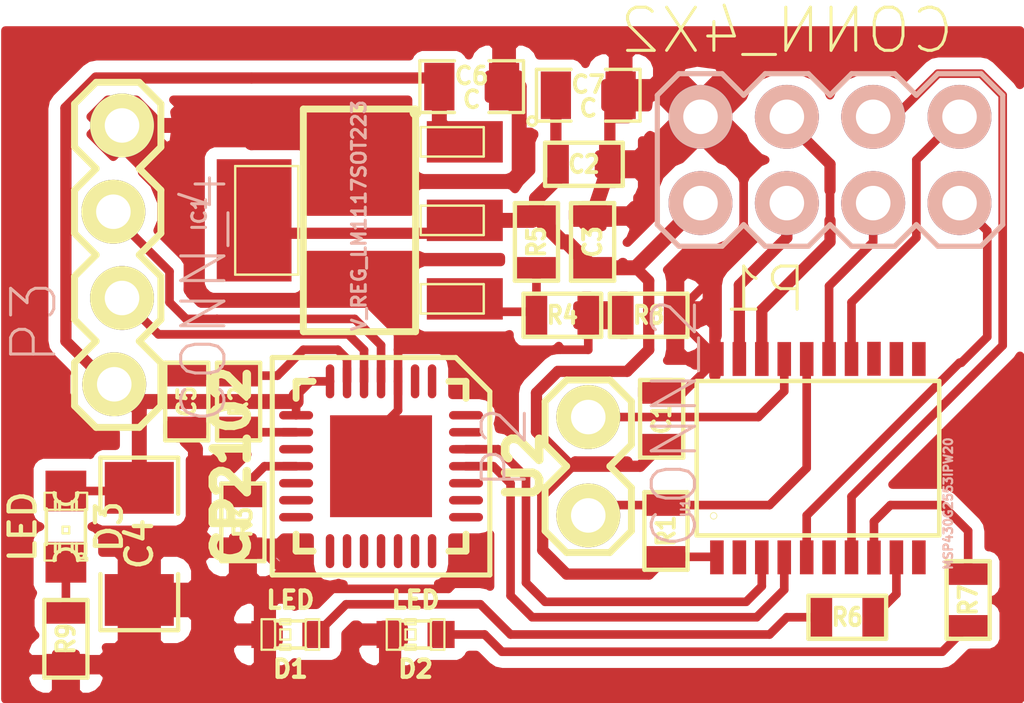
<source format=kicad_pcb>
(kicad_pcb (version 3) (host pcbnew "(2013-mar-13)-testing")

  (general
    (links 58)
    (no_connects 0)
    (area 132.7055 105.67355 162.814001 126.365001)
    (thickness 1.6)
    (drawings 0)
    (tracks 209)
    (zones 0)
    (modules 25)
    (nets 49)
  )

  (page A4)
  (layers
    (15 F.Cu signal)
    (0 B.Cu signal)
    (16 B.Adhes user)
    (17 F.Adhes user)
    (18 B.Paste user)
    (19 F.Paste user)
    (20 B.SilkS user)
    (21 F.SilkS user)
    (22 B.Mask user)
    (23 F.Mask user)
    (24 Dwgs.User user)
    (25 Cmts.User user)
    (26 Eco1.User user)
    (27 Eco2.User user)
    (28 Edge.Cuts user)
  )

  (setup
    (last_trace_width 0.254)
    (user_trace_width 0.33)
    (user_trace_width 0.44)
    (trace_clearance 0.2)
    (zone_clearance 0.35)
    (zone_45_only yes)
    (trace_min 0.254)
    (segment_width 0.2)
    (edge_width 0.15)
    (via_size 0.889)
    (via_drill 0.635)
    (via_min_size 0.889)
    (via_min_drill 0.508)
    (uvia_size 0.508)
    (uvia_drill 0.127)
    (uvias_allowed no)
    (uvia_min_size 0.508)
    (uvia_min_drill 0.127)
    (pcb_text_width 0.3)
    (pcb_text_size 1 1)
    (mod_edge_width 0.15)
    (mod_text_size 1 1)
    (mod_text_width 0.15)
    (pad_size 2.99974 2.99974)
    (pad_drill 0)
    (pad_to_mask_clearance 0)
    (aux_axis_origin 133.35 126.365)
    (visible_elements FFFFFF7F)
    (pcbplotparams
      (layerselection 2129920)
      (usegerberextensions true)
      (excludeedgelayer true)
      (linewidth 0.150000)
      (plotframeref false)
      (viasonmask false)
      (mode 1)
      (useauxorigin true)
      (hpglpennumber 1)
      (hpglpenspeed 20)
      (hpglpendiameter 15)
      (hpglpenoverlay 2)
      (psnegative false)
      (psa4output false)
      (plotreference true)
      (plotvalue true)
      (plotothertext true)
      (plotinvisibletext false)
      (padsonsilk false)
      (subtractmaskfromsilk false)
      (outputformat 1)
      (mirror false)
      (drillshape 0)
      (scaleselection 1)
      (outputdirectory Gerbers))
  )

  (net 0 "")
  (net 1 +3.3V)
  (net 2 +5V)
  (net 3 /CE)
  (net 4 /CS)
  (net 5 /D+)
  (net 6 /D-)
  (net 7 /MISO)
  (net 8 /MOSI)
  (net 9 /MSP_RX)
  (net 10 /MSP_TX)
  (net 11 /SCK)
  (net 12 /TEST)
  (net 13 /VDD)
  (net 14 /~IRQ)
  (net 15 /~RST)
  (net 16 GND)
  (net 17 N-000001)
  (net 18 N-0000011)
  (net 19 N-0000012)
  (net 20 N-0000013)
  (net 21 N-0000014)
  (net 22 N-0000015)
  (net 23 N-0000016)
  (net 24 N-0000017)
  (net 25 N-0000018)
  (net 26 N-0000019)
  (net 27 N-000002)
  (net 28 N-0000020)
  (net 29 N-0000021)
  (net 30 N-0000022)
  (net 31 N-0000023)
  (net 32 N-0000024)
  (net 33 N-0000025)
  (net 34 N-0000026)
  (net 35 N-0000027)
  (net 36 N-0000028)
  (net 37 N-000003)
  (net 38 N-0000030)
  (net 39 N-0000034)
  (net 40 N-0000035)
  (net 41 N-0000037)
  (net 42 N-0000038)
  (net 43 N-0000039)
  (net 44 N-000004)
  (net 45 N-0000040)
  (net 46 N-000005)
  (net 47 N-000007)
  (net 48 N-000008)

  (net_class Default "This is the default net class."
    (clearance 0.2)
    (trace_width 0.254)
    (via_dia 0.889)
    (via_drill 0.635)
    (uvia_dia 0.508)
    (uvia_drill 0.127)
    (add_net "")
    (add_net +3.3V)
    (add_net +5V)
    (add_net /CE)
    (add_net /CS)
    (add_net /D+)
    (add_net /D-)
    (add_net /MISO)
    (add_net /MOSI)
    (add_net /MSP_RX)
    (add_net /MSP_TX)
    (add_net /SCK)
    (add_net /TEST)
    (add_net /VDD)
    (add_net /~IRQ)
    (add_net /~RST)
    (add_net GND)
    (add_net N-000001)
    (add_net N-0000011)
    (add_net N-0000012)
    (add_net N-0000013)
    (add_net N-0000014)
    (add_net N-0000015)
    (add_net N-0000016)
    (add_net N-0000017)
    (add_net N-0000018)
    (add_net N-0000019)
    (add_net N-000002)
    (add_net N-0000020)
    (add_net N-0000021)
    (add_net N-0000022)
    (add_net N-0000023)
    (add_net N-0000024)
    (add_net N-0000025)
    (add_net N-0000026)
    (add_net N-0000027)
    (add_net N-0000028)
    (add_net N-000003)
    (add_net N-0000030)
    (add_net N-0000034)
    (add_net N-0000035)
    (add_net N-0000037)
    (add_net N-0000038)
    (add_net N-0000039)
    (add_net N-000004)
    (add_net N-0000040)
    (add_net N-000005)
    (add_net N-000007)
    (add_net N-000008)
  )

  (module QFN28 (layer F.Cu) (tedit 5338976E) (tstamp 533898DC)
    (at 143.891 119.38 270)
    (path /533855D7)
    (fp_text reference U2 (at 0 -4.20116 270) (layer F.SilkS)
      (effects (font (size 1.00076 1.00076) (thickness 0.3048)))
    )
    (fp_text value CP2102 (at 0 4.39928 270) (layer F.SilkS)
      (effects (font (size 1.00076 1.00076) (thickness 0.3048)))
    )
    (fp_line (start -3.2004 3.2004) (end 3.2004 3.2004) (layer F.SilkS) (width 0.14986))
    (fp_line (start 3.2004 3.2004) (end 3.2004 -3.2004) (layer F.SilkS) (width 0.14986))
    (fp_line (start 3.2004 -3.2004) (end -2.19964 -3.2004) (layer F.SilkS) (width 0.14986))
    (fp_line (start -2.19964 -3.2004) (end -3.2004 -2.19964) (layer F.SilkS) (width 0.14986))
    (fp_line (start -3.2004 -2.19964) (end -3.2004 3.2004) (layer F.SilkS) (width 0.14986))
    (fp_line (start -1.99898 -2.49936) (end -2.49936 -2.49936) (layer F.SilkS) (width 0.20066))
    (fp_line (start -2.49936 -2.49936) (end -2.49936 -1.99898) (layer F.SilkS) (width 0.20066))
    (fp_line (start 2.49936 -1.99898) (end 2.49936 -2.49936) (layer F.SilkS) (width 0.20066))
    (fp_line (start 2.49936 -2.49936) (end 1.99898 -2.49936) (layer F.SilkS) (width 0.20066))
    (fp_line (start 1.99898 2.49936) (end 2.49936 2.49936) (layer F.SilkS) (width 0.20066))
    (fp_line (start 2.49936 2.49936) (end 2.49936 1.99898) (layer F.SilkS) (width 0.20066))
    (fp_line (start -2.49936 1.99898) (end -2.49936 2.49936) (layer F.SilkS) (width 0.20066))
    (fp_line (start -2.49936 2.49936) (end -1.99898 2.49936) (layer F.SilkS) (width 0.20066))
    (pad 1 smd oval (at -2.49936 -1.50114 270) (size 1.00076 0.24892)
      (layers F.Cu F.Paste F.Mask)
      (net 31 N-0000023)
    )
    (pad 2 smd oval (at -2.49936 -1.00076 270) (size 1.00076 0.24892)
      (layers F.Cu F.Paste F.Mask)
      (net 32 N-0000024)
    )
    (pad 3 smd oval (at -2.49936 -0.50038 270) (size 1.00076 0.24892)
      (layers F.Cu F.Paste F.Mask)
      (net 16 GND)
    )
    (pad 4 smd oval (at -2.49936 0 270) (size 1.00076 0.24892)
      (layers F.Cu F.Paste F.Mask)
      (net 5 /D+)
    )
    (pad 5 smd oval (at -2.49936 0.50038 270) (size 1.00076 0.24892)
      (layers F.Cu F.Paste F.Mask)
      (net 6 /D-)
    )
    (pad 6 smd oval (at -2.49936 1.00076 270) (size 1.00076 0.24892)
      (layers F.Cu F.Paste F.Mask)
      (net 13 /VDD)
    )
    (pad 7 smd oval (at -2.49936 1.50114 270) (size 1.00076 0.24892)
      (layers F.Cu F.Paste F.Mask)
      (net 2 +5V)
    )
    (pad 8 smd oval (at -1.50114 2.49936) (size 1.00076 0.24892)
      (layers F.Cu F.Paste F.Mask)
      (net 2 +5V)
    )
    (pad 9 smd oval (at -1.00076 2.49936) (size 1.00076 0.24892)
      (layers F.Cu F.Paste F.Mask)
      (net 47 N-000007)
    )
    (pad 10 smd oval (at -0.50038 2.49936) (size 1.00076 0.24892)
      (layers F.Cu F.Paste F.Mask)
      (net 19 N-0000012)
    )
    (pad 11 smd oval (at 0 2.49936) (size 1.00076 0.24892)
      (layers F.Cu F.Paste F.Mask)
      (net 46 N-000005)
    )
    (pad 12 smd oval (at 0.50038 2.49936) (size 1.00076 0.24892)
      (layers F.Cu F.Paste F.Mask)
      (net 48 N-000008)
    )
    (pad 13 smd oval (at 1.00076 2.49936) (size 1.00076 0.24892)
      (layers F.Cu F.Paste F.Mask)
      (net 20 N-0000013)
    )
    (pad 14 smd oval (at 1.50114 2.49936) (size 1.00076 0.24892)
      (layers F.Cu F.Paste F.Mask)
      (net 21 N-0000014)
    )
    (pad 15 smd oval (at 2.49936 1.50114 90) (size 1.00076 0.24892)
      (layers F.Cu F.Paste F.Mask)
      (net 22 N-0000015)
    )
    (pad 16 smd oval (at 2.49936 1.00076 90) (size 1.00076 0.24892)
      (layers F.Cu F.Paste F.Mask)
      (net 23 N-0000016)
    )
    (pad 17 smd oval (at 2.49936 0.50038 90) (size 1.00076 0.24892)
      (layers F.Cu F.Paste F.Mask)
      (net 24 N-0000017)
    )
    (pad 18 smd oval (at 2.49936 0 90) (size 1.00076 0.24892)
      (layers F.Cu F.Paste F.Mask)
      (net 25 N-0000018)
    )
    (pad 19 smd oval (at 2.49936 -0.50038 90) (size 1.00076 0.24892)
      (layers F.Cu F.Paste F.Mask)
      (net 26 N-0000019)
    )
    (pad 20 smd oval (at 2.49936 -1.00076 90) (size 1.00076 0.24892)
      (layers F.Cu F.Paste F.Mask)
      (net 28 N-0000020)
    )
    (pad 21 smd oval (at 2.49936 -1.50114 90) (size 1.00076 0.24892)
      (layers F.Cu F.Paste F.Mask)
      (net 29 N-0000021)
    )
    (pad 22 smd oval (at 1.50114 -2.49936 180) (size 1.00076 0.24892)
      (layers F.Cu F.Paste F.Mask)
      (net 30 N-0000022)
    )
    (pad 23 smd oval (at 1.00076 -2.49936 180) (size 1.00076 0.24892)
      (layers F.Cu F.Paste F.Mask)
      (net 17 N-000001)
    )
    (pad 24 smd oval (at 0.50038 -2.49936 180) (size 1.00076 0.24892)
      (layers F.Cu F.Paste F.Mask)
      (net 27 N-000002)
    )
    (pad 25 smd oval (at 0 -2.49936 180) (size 1.00076 0.24892)
      (layers F.Cu F.Paste F.Mask)
      (net 10 /MSP_TX)
    )
    (pad 26 smd oval (at -0.50038 -2.49936 180) (size 1.00076 0.24892)
      (layers F.Cu F.Paste F.Mask)
      (net 9 /MSP_RX)
    )
    (pad 27 smd oval (at -1.00076 -2.49936 180) (size 1.00076 0.24892)
      (layers F.Cu F.Paste F.Mask)
      (net 37 N-000003)
    )
    (pad 28 smd oval (at -1.50114 -2.49936 180) (size 1.00076 0.24892)
      (layers F.Cu F.Paste F.Mask)
      (net 44 N-000004)
    )
    (pad 3 smd rect (at 0 0 180) (size 2.99974 2.99974)
      (layers F.Cu F.Paste F.Mask)
      (net 16 GND)
    )
    (model smd/qfn28.wrl
      (at (xyz 0 0 0))
      (scale (xyz 1 1 1))
      (rotate (xyz 0 0 0))
    )
  )

  (module SparkFun-2X4 (layer B.Cu) (tedit 533881F1) (tstamp 5338518A)
    (at 157.099 110.363)
    (path /53384EBB)
    (attr virtual)
    (fp_text reference P1 (at -1.905 3.81) (layer F.SilkS)
      (effects (font (size 1.27 1.27) (thickness 0.0889)) (justify mirror))
    )
    (fp_text value CONN_4X2 (at -1.27 -3.81) (layer F.SilkS)
      (effects (font (size 1.27 1.27) (thickness 0.0889)) (justify mirror))
    )
    (fp_line (start -4.064 -1.524) (end -3.556 -1.524) (layer B.SilkS) (width 0.06604))
    (fp_line (start -3.556 -1.524) (end -3.556 -1.016) (layer B.SilkS) (width 0.06604))
    (fp_line (start -4.064 -1.016) (end -3.556 -1.016) (layer B.SilkS) (width 0.06604))
    (fp_line (start -4.064 -1.524) (end -4.064 -1.016) (layer B.SilkS) (width 0.06604))
    (fp_line (start -4.064 1.016) (end -3.556 1.016) (layer B.SilkS) (width 0.06604))
    (fp_line (start -3.556 1.016) (end -3.556 1.524) (layer B.SilkS) (width 0.06604))
    (fp_line (start -4.064 1.524) (end -3.556 1.524) (layer B.SilkS) (width 0.06604))
    (fp_line (start -4.064 1.016) (end -4.064 1.524) (layer B.SilkS) (width 0.06604))
    (fp_line (start -1.524 1.016) (end -1.016 1.016) (layer B.SilkS) (width 0.06604))
    (fp_line (start -1.016 1.016) (end -1.016 1.524) (layer B.SilkS) (width 0.06604))
    (fp_line (start -1.524 1.524) (end -1.016 1.524) (layer B.SilkS) (width 0.06604))
    (fp_line (start -1.524 1.016) (end -1.524 1.524) (layer B.SilkS) (width 0.06604))
    (fp_line (start -1.524 -1.524) (end -1.016 -1.524) (layer B.SilkS) (width 0.06604))
    (fp_line (start -1.016 -1.524) (end -1.016 -1.016) (layer B.SilkS) (width 0.06604))
    (fp_line (start -1.524 -1.016) (end -1.016 -1.016) (layer B.SilkS) (width 0.06604))
    (fp_line (start -1.524 -1.524) (end -1.524 -1.016) (layer B.SilkS) (width 0.06604))
    (fp_line (start 1.016 1.016) (end 1.524 1.016) (layer B.SilkS) (width 0.06604))
    (fp_line (start 1.524 1.016) (end 1.524 1.524) (layer B.SilkS) (width 0.06604))
    (fp_line (start 1.016 1.524) (end 1.524 1.524) (layer B.SilkS) (width 0.06604))
    (fp_line (start 1.016 1.016) (end 1.016 1.524) (layer B.SilkS) (width 0.06604))
    (fp_line (start 1.016 -1.524) (end 1.524 -1.524) (layer B.SilkS) (width 0.06604))
    (fp_line (start 1.524 -1.524) (end 1.524 -1.016) (layer B.SilkS) (width 0.06604))
    (fp_line (start 1.016 -1.016) (end 1.524 -1.016) (layer B.SilkS) (width 0.06604))
    (fp_line (start 1.016 -1.524) (end 1.016 -1.016) (layer B.SilkS) (width 0.06604))
    (fp_line (start 3.556 1.016) (end 4.064 1.016) (layer B.SilkS) (width 0.06604))
    (fp_line (start 4.064 1.016) (end 4.064 1.524) (layer B.SilkS) (width 0.06604))
    (fp_line (start 3.556 1.524) (end 4.064 1.524) (layer B.SilkS) (width 0.06604))
    (fp_line (start 3.556 1.016) (end 3.556 1.524) (layer B.SilkS) (width 0.06604))
    (fp_line (start 3.556 -1.524) (end 4.064 -1.524) (layer B.SilkS) (width 0.06604))
    (fp_line (start 4.064 -1.524) (end 4.064 -1.016) (layer B.SilkS) (width 0.06604))
    (fp_line (start 3.556 -1.016) (end 4.064 -1.016) (layer B.SilkS) (width 0.06604))
    (fp_line (start 3.556 -1.524) (end 3.556 -1.016) (layer B.SilkS) (width 0.06604))
    (fp_line (start -5.08 -1.905) (end -4.445 -2.54) (layer B.SilkS) (width 0.1524))
    (fp_line (start -3.175 -2.54) (end -2.54 -1.905) (layer B.SilkS) (width 0.1524))
    (fp_line (start -2.54 -1.905) (end -1.905 -2.54) (layer B.SilkS) (width 0.1524))
    (fp_line (start -0.635 -2.54) (end 0 -1.905) (layer B.SilkS) (width 0.1524))
    (fp_line (start 0 -1.905) (end 0.635 -2.54) (layer B.SilkS) (width 0.1524))
    (fp_line (start 1.905 -2.54) (end 2.54 -1.905) (layer B.SilkS) (width 0.1524))
    (fp_line (start 2.54 -1.905) (end 3.175 -2.54) (layer B.SilkS) (width 0.1524))
    (fp_line (start 4.445 -2.54) (end 5.08 -1.905) (layer B.SilkS) (width 0.1524))
    (fp_line (start -5.08 -1.905) (end -5.08 1.905) (layer B.SilkS) (width 0.1524))
    (fp_line (start -5.08 1.905) (end -4.445 2.54) (layer B.SilkS) (width 0.1524))
    (fp_line (start -4.445 2.54) (end -3.175 2.54) (layer B.SilkS) (width 0.1524))
    (fp_line (start -3.175 2.54) (end -2.54 1.905) (layer B.SilkS) (width 0.1524))
    (fp_line (start -2.54 1.905) (end -1.905 2.54) (layer B.SilkS) (width 0.1524))
    (fp_line (start -1.905 2.54) (end -0.635 2.54) (layer B.SilkS) (width 0.1524))
    (fp_line (start -0.635 2.54) (end 0 1.905) (layer B.SilkS) (width 0.1524))
    (fp_line (start 0 1.905) (end 0.635 2.54) (layer B.SilkS) (width 0.1524))
    (fp_line (start 0.635 2.54) (end 1.905 2.54) (layer B.SilkS) (width 0.1524))
    (fp_line (start 1.905 2.54) (end 2.54 1.905) (layer B.SilkS) (width 0.1524))
    (fp_line (start 2.54 1.905) (end 3.175 2.54) (layer B.SilkS) (width 0.1524))
    (fp_line (start 3.175 2.54) (end 4.445 2.54) (layer B.SilkS) (width 0.1524))
    (fp_line (start 4.445 2.54) (end 5.08 1.905) (layer B.SilkS) (width 0.1524))
    (fp_line (start 5.08 1.905) (end 5.08 -1.905) (layer B.SilkS) (width 0.1524))
    (fp_line (start 3.175 -2.54) (end 4.445 -2.54) (layer B.SilkS) (width 0.1524))
    (fp_line (start 0.635 -2.54) (end 1.905 -2.54) (layer B.SilkS) (width 0.1524))
    (fp_line (start -1.905 -2.54) (end -0.635 -2.54) (layer B.SilkS) (width 0.1524))
    (fp_line (start -4.445 -2.54) (end -3.175 -2.54) (layer B.SilkS) (width 0.1524))
    (pad 1 thru_hole circle (at -3.81 -1.27) (size 1.8796 1.8796) (drill 1.016)
      (layers *.Cu B.Paste B.SilkS B.Mask)
      (net 16 GND)
    )
    (pad 2 thru_hole circle (at -3.81 1.27) (size 1.8796 3.7592) (drill 1.016)
      (layers *.Cu B.Paste B.SilkS B.Mask)
      (net 1 +3.3V)
    )
    (pad 3 thru_hole circle (at -1.27 -1.27) (size 1.8796 3.7592) (drill 1.016)
      (layers *.Cu B.Paste B.SilkS B.Mask)
      (net 3 /CE)
    )
    (pad 4 thru_hole circle (at -1.27 1.27) (size 1.8796 3.7592) (drill 1.016)
      (layers *.Cu B.Paste B.SilkS B.Mask)
      (net 4 /CS)
    )
    (pad 5 thru_hole circle (at 1.27 -1.27) (size 1.8796 3.7592) (drill 1.016)
      (layers *.Cu B.Paste B.SilkS B.Mask)
      (net 11 /SCK)
    )
    (pad 6 thru_hole circle (at 1.27 1.27) (size 1.8796 3.7592) (drill 1.016)
      (layers *.Cu B.Paste B.SilkS B.Mask)
      (net 8 /MOSI)
    )
    (pad 7 thru_hole circle (at 3.81 -1.27) (size 1.8796 3.7592) (drill 1.016)
      (layers *.Cu B.Paste B.SilkS B.Mask)
      (net 7 /MISO)
    )
    (pad 8 thru_hole circle (at 3.81 1.27) (size 1.8796 3.7592) (drill 1.016)
      (layers *.Cu B.Paste B.SilkS B.Mask)
      (net 14 /~IRQ)
    )
  )

  (module SM0603 (layer F.Cu) (tedit 4E43A3D1) (tstamp 5338598A)
    (at 138.176 117.475 270)
    (path /53385668)
    (attr smd)
    (fp_text reference C5 (at 0 0 270) (layer F.SilkS)
      (effects (font (size 0.508 0.4572) (thickness 0.1143)))
    )
    (fp_text value 0.1uF (at 0 0 270) (layer F.SilkS) hide
      (effects (font (size 0.508 0.4572) (thickness 0.1143)))
    )
    (fp_line (start -1.143 -0.635) (end 1.143 -0.635) (layer F.SilkS) (width 0.127))
    (fp_line (start 1.143 -0.635) (end 1.143 0.635) (layer F.SilkS) (width 0.127))
    (fp_line (start 1.143 0.635) (end -1.143 0.635) (layer F.SilkS) (width 0.127))
    (fp_line (start -1.143 0.635) (end -1.143 -0.635) (layer F.SilkS) (width 0.127))
    (pad 1 smd rect (at -0.762 0 270) (size 0.635 1.143)
      (layers F.Cu F.Paste F.Mask)
      (net 13 /VDD)
    )
    (pad 2 smd rect (at 0.762 0 270) (size 0.635 1.143)
      (layers F.Cu F.Paste F.Mask)
      (net 16 GND)
    )
    (model smd\resistors\R0603.wrl
      (at (xyz 0 0 0.001))
      (scale (xyz 0.5 0.5 0.5))
      (rotate (xyz 0 0 0))
    )
  )

  (module SM0603 (layer F.Cu) (tedit 4E43A3D1) (tstamp 53385063)
    (at 152.273 121.285 90)
    (path /53384F43)
    (attr smd)
    (fp_text reference R1 (at 0 0 90) (layer F.SilkS)
      (effects (font (size 0.508 0.4572) (thickness 0.1143)))
    )
    (fp_text value R (at 0 0 90) (layer F.SilkS) hide
      (effects (font (size 0.508 0.4572) (thickness 0.1143)))
    )
    (fp_line (start -1.143 -0.635) (end 1.143 -0.635) (layer F.SilkS) (width 0.127))
    (fp_line (start 1.143 -0.635) (end 1.143 0.635) (layer F.SilkS) (width 0.127))
    (fp_line (start 1.143 0.635) (end -1.143 0.635) (layer F.SilkS) (width 0.127))
    (fp_line (start -1.143 0.635) (end -1.143 -0.635) (layer F.SilkS) (width 0.127))
    (pad 1 smd rect (at -0.762 0 90) (size 0.635 1.143)
      (layers F.Cu F.Paste F.Mask)
      (net 1 +3.3V)
    )
    (pad 2 smd rect (at 0.762 0 90) (size 0.635 1.143)
      (layers F.Cu F.Paste F.Mask)
      (net 15 /~RST)
    )
    (model smd\resistors\R0603.wrl
      (at (xyz 0 0 0.001))
      (scale (xyz 0.5 0.5 0.5))
      (rotate (xyz 0 0 0))
    )
  )

  (module SparkFun-TSSOP20 (layer F.Cu) (tedit 200000) (tstamp 5338518B)
    (at 156.464 119.126 90)
    (path /53384E5D)
    (attr smd)
    (fp_text reference U1 (at -1.48082 -3.61696 90) (layer B.SilkS)
      (effects (font (size 0.254 0.254) (thickness 0.0889)))
    )
    (fp_text value MSP430G2553IPW20 (at -1.35382 4.11226 90) (layer B.SilkS)
      (effects (font (size 0.254 0.254) (thickness 0.0889)))
    )
    (fp_line (start -2.29108 3.8481) (end 2.25806 3.8481) (layer F.SilkS) (width 0.127))
    (fp_line (start 2.25806 3.8481) (end 2.25806 -3.2893) (layer F.SilkS) (width 0.127))
    (fp_line (start 2.25806 -3.2893) (end -2.29108 -3.2893) (layer F.SilkS) (width 0.127))
    (fp_line (start -2.29108 -3.2893) (end -2.29108 3.8481) (layer F.SilkS) (width 0.127))
    (fp_line (start -2.29108 -3.2893) (end 2.25806 -3.2893) (layer F.SilkS) (width 0.127))
    (fp_line (start 2.25806 -3.2893) (end 2.25806 3.8481) (layer F.SilkS) (width 0.127))
    (fp_line (start 2.25806 3.8481) (end -2.29108 3.8481) (layer F.SilkS) (width 0.127))
    (fp_line (start -2.29108 3.8481) (end -2.29108 -3.2893) (layer F.SilkS) (width 0.127))
    (fp_circle (center -1.7145 -2.78892) (end -1.78308 -2.8575) (layer F.SilkS) (width 0.02286))
    (pad 1 smd rect (at -2.93624 -2.6924 90) (size 0.99822 0.39878)
      (layers F.Cu F.Paste F.Mask)
      (net 1 +3.3V)
    )
    (pad 2 smd rect (at -2.93624 -2.032 90) (size 0.99822 0.39878)
      (layers F.Cu F.Paste F.Mask)
      (net 39 N-0000034)
    )
    (pad 3 smd rect (at -2.93624 -1.3716 90) (size 0.99822 0.39878)
      (layers F.Cu F.Paste F.Mask)
      (net 9 /MSP_RX)
    )
    (pad 4 smd rect (at -2.93624 -0.7112 90) (size 0.99822 0.39878)
      (layers F.Cu F.Paste F.Mask)
      (net 10 /MSP_TX)
    )
    (pad 5 smd rect (at -2.93624 -0.0508 90) (size 0.99822 0.39878)
      (layers F.Cu F.Paste F.Mask)
      (net 14 /~IRQ)
    )
    (pad 6 smd rect (at -2.93624 0.60706 90) (size 0.99822 0.39878)
      (layers F.Cu F.Paste F.Mask)
      (net 40 N-0000035)
    )
    (pad 7 smd rect (at -2.93624 1.26746 90) (size 0.99822 0.39878)
      (layers F.Cu F.Paste F.Mask)
      (net 11 /SCK)
    )
    (pad 8 smd rect (at -2.94132 1.92786 90) (size 0.99822 0.39878)
      (layers F.Cu F.Paste F.Mask)
      (net 36 N-0000028)
    )
    (pad 9 smd rect (at -2.93624 2.58826 90) (size 0.99822 0.39878)
      (layers F.Cu F.Paste F.Mask)
      (net 35 N-0000027)
    )
    (pad 10 smd rect (at -2.93624 3.24866 90) (size 0.99822 0.39878)
      (layers F.Cu F.Paste F.Mask)
      (net 41 N-0000037)
    )
    (pad 11 smd rect (at 2.90322 3.24866 90) (size 0.99822 0.39878)
      (layers F.Cu F.Paste F.Mask)
      (net 42 N-0000038)
    )
    (pad 12 smd rect (at 2.90322 2.58826 90) (size 0.99822 0.39878)
      (layers F.Cu F.Paste F.Mask)
      (net 43 N-0000039)
    )
    (pad 13 smd rect (at 2.91084 1.92786 90) (size 0.99822 0.39878)
      (layers F.Cu F.Paste F.Mask)
      (net 45 N-0000040)
    )
    (pad 14 smd rect (at 2.90322 1.26746 90) (size 0.99822 0.39878)
      (layers F.Cu F.Paste F.Mask)
      (net 7 /MISO)
    )
    (pad 15 smd rect (at 2.90322 0.60706 90) (size 0.99822 0.39878)
      (layers F.Cu F.Paste F.Mask)
      (net 8 /MOSI)
    )
    (pad 16 smd rect (at 2.90322 -0.0508 90) (size 0.99822 0.39878)
      (layers F.Cu F.Paste F.Mask)
      (net 15 /~RST)
    )
    (pad 17 smd rect (at 2.90322 -0.7112 90) (size 0.99822 0.39878)
      (layers F.Cu F.Paste F.Mask)
      (net 12 /TEST)
    )
    (pad 18 smd rect (at 2.90322 -1.3716 90) (size 0.99822 0.39878)
      (layers F.Cu F.Paste F.Mask)
      (net 3 /CE)
    )
    (pad 19 smd rect (at 2.90322 -2.032 90) (size 0.99822 0.39878)
      (layers F.Cu F.Paste F.Mask)
      (net 4 /CS)
    )
    (pad 20 smd rect (at 2.90322 -2.6924 90) (size 0.99822 0.39878)
      (layers F.Cu F.Paste F.Mask)
      (net 16 GND)
    )
  )

  (module SM0603 (layer F.Cu) (tedit 4E43A3D1) (tstamp 53385572)
    (at 152.146 117.983 90)
    (path /533853B1)
    (attr smd)
    (fp_text reference C1 (at 0 0 90) (layer F.SilkS)
      (effects (font (size 0.508 0.4572) (thickness 0.1143)))
    )
    (fp_text value C (at 0 0 90) (layer F.SilkS) hide
      (effects (font (size 0.508 0.4572) (thickness 0.1143)))
    )
    (fp_line (start -1.143 -0.635) (end 1.143 -0.635) (layer F.SilkS) (width 0.127))
    (fp_line (start 1.143 -0.635) (end 1.143 0.635) (layer F.SilkS) (width 0.127))
    (fp_line (start 1.143 0.635) (end -1.143 0.635) (layer F.SilkS) (width 0.127))
    (fp_line (start -1.143 0.635) (end -1.143 -0.635) (layer F.SilkS) (width 0.127))
    (pad 1 smd rect (at -0.762 0 90) (size 0.635 1.143)
      (layers F.Cu F.Paste F.Mask)
      (net 1 +3.3V)
    )
    (pad 2 smd rect (at 0.762 0 90) (size 0.635 1.143)
      (layers F.Cu F.Paste F.Mask)
      (net 16 GND)
    )
    (model smd\resistors\R0603.wrl
      (at (xyz 0 0 0.001))
      (scale (xyz 0.5 0.5 0.5))
      (rotate (xyz 0 0 0))
    )
  )

  (module SM0603 (layer F.Cu) (tedit 4E43A3D1) (tstamp 5338557C)
    (at 149.86 110.49)
    (path /533853C4)
    (attr smd)
    (fp_text reference C2 (at 0 0) (layer F.SilkS)
      (effects (font (size 0.508 0.4572) (thickness 0.1143)))
    )
    (fp_text value C (at 0 0) (layer F.SilkS) hide
      (effects (font (size 0.508 0.4572) (thickness 0.1143)))
    )
    (fp_line (start -1.143 -0.635) (end 1.143 -0.635) (layer F.SilkS) (width 0.127))
    (fp_line (start 1.143 -0.635) (end 1.143 0.635) (layer F.SilkS) (width 0.127))
    (fp_line (start 1.143 0.635) (end -1.143 0.635) (layer F.SilkS) (width 0.127))
    (fp_line (start -1.143 0.635) (end -1.143 -0.635) (layer F.SilkS) (width 0.127))
    (pad 1 smd rect (at -0.762 0) (size 0.635 1.143)
      (layers F.Cu F.Paste F.Mask)
      (net 1 +3.3V)
    )
    (pad 2 smd rect (at 0.762 0) (size 0.635 1.143)
      (layers F.Cu F.Paste F.Mask)
      (net 16 GND)
    )
    (model smd\resistors\R0603.wrl
      (at (xyz 0 0 0.001))
      (scale (xyz 0.5 0.5 0.5))
      (rotate (xyz 0 0 0))
    )
  )

  (module SM0603 (layer F.Cu) (tedit 4E43A3D1) (tstamp 53385586)
    (at 150.114 112.776 90)
    (path /533853CA)
    (attr smd)
    (fp_text reference C3 (at 0 0 90) (layer F.SilkS)
      (effects (font (size 0.508 0.4572) (thickness 0.1143)))
    )
    (fp_text value C (at 0 0 90) (layer F.SilkS) hide
      (effects (font (size 0.508 0.4572) (thickness 0.1143)))
    )
    (fp_line (start -1.143 -0.635) (end 1.143 -0.635) (layer F.SilkS) (width 0.127))
    (fp_line (start 1.143 -0.635) (end 1.143 0.635) (layer F.SilkS) (width 0.127))
    (fp_line (start 1.143 0.635) (end -1.143 0.635) (layer F.SilkS) (width 0.127))
    (fp_line (start -1.143 0.635) (end -1.143 -0.635) (layer F.SilkS) (width 0.127))
    (pad 1 smd rect (at -0.762 0 90) (size 0.635 1.143)
      (layers F.Cu F.Paste F.Mask)
      (net 1 +3.3V)
    )
    (pad 2 smd rect (at 0.762 0 90) (size 0.635 1.143)
      (layers F.Cu F.Paste F.Mask)
      (net 16 GND)
    )
    (model smd\resistors\R0603.wrl
      (at (xyz 0 0 0.001))
      (scale (xyz 0.5 0.5 0.5))
      (rotate (xyz 0 0 0))
    )
  )

  (module SparkFun-1X02_LOCK (layer F.Cu) (tedit 200000) (tstamp 533855A2)
    (at 149.987 120.65 90)
    (path /5338539A)
    (attr virtual)
    (fp_text reference P2 (at 1.8288 -2.4638 90) (layer B.SilkS)
      (effects (font (size 1.27 1.27) (thickness 0.0889)))
    )
    (fp_text value CONN_2 (at 2.54 2.54 90) (layer B.SilkS)
      (effects (font (size 1.27 1.27) (thickness 0.0889)))
    )
    (fp_line (start -0.2921 0.2921) (end 0.2921 0.2921) (layer F.SilkS) (width 0.06604))
    (fp_line (start 0.2921 0.2921) (end 0.2921 -0.2921) (layer F.SilkS) (width 0.06604))
    (fp_line (start -0.2921 -0.2921) (end 0.2921 -0.2921) (layer F.SilkS) (width 0.06604))
    (fp_line (start -0.2921 0.2921) (end -0.2921 -0.2921) (layer F.SilkS) (width 0.06604))
    (fp_line (start 2.2479 0.2921) (end 2.8321 0.2921) (layer F.SilkS) (width 0.06604))
    (fp_line (start 2.8321 0.2921) (end 2.8321 -0.2921) (layer F.SilkS) (width 0.06604))
    (fp_line (start 2.2479 -0.2921) (end 2.8321 -0.2921) (layer F.SilkS) (width 0.06604))
    (fp_line (start 2.2479 0.2921) (end 2.2479 -0.2921) (layer F.SilkS) (width 0.06604))
    (fp_line (start -0.635 -1.27) (end 0.635 -1.27) (layer F.SilkS) (width 0.2032))
    (fp_line (start 0.635 -1.27) (end 1.27 -0.635) (layer F.SilkS) (width 0.2032))
    (fp_line (start 1.27 0.635) (end 0.635 1.27) (layer F.SilkS) (width 0.2032))
    (fp_line (start 1.27 -0.635) (end 1.905 -1.27) (layer F.SilkS) (width 0.2032))
    (fp_line (start 1.905 -1.27) (end 3.175 -1.27) (layer F.SilkS) (width 0.2032))
    (fp_line (start 3.175 -1.27) (end 3.81 -0.635) (layer F.SilkS) (width 0.2032))
    (fp_line (start 3.81 0.635) (end 3.175 1.27) (layer F.SilkS) (width 0.2032))
    (fp_line (start 3.175 1.27) (end 1.905 1.27) (layer F.SilkS) (width 0.2032))
    (fp_line (start 1.905 1.27) (end 1.27 0.635) (layer F.SilkS) (width 0.2032))
    (fp_line (start -1.27 -0.635) (end -1.27 0.635) (layer F.SilkS) (width 0.2032))
    (fp_line (start -0.635 -1.27) (end -1.27 -0.635) (layer F.SilkS) (width 0.2032))
    (fp_line (start -1.27 0.635) (end -0.635 1.27) (layer F.SilkS) (width 0.2032))
    (fp_line (start 0.635 1.27) (end -0.635 1.27) (layer F.SilkS) (width 0.2032))
    (fp_line (start 3.81 -0.635) (end 3.81 0.635) (layer F.SilkS) (width 0.2032))
    (pad 1 thru_hole circle (at -0.1778 0 90) (size 1.8796 1.8796) (drill 1.016)
      (layers *.Cu F.Paste F.SilkS F.Mask)
      (net 15 /~RST)
    )
    (pad 2 thru_hole circle (at 2.7178 0 90) (size 1.8796 1.8796) (drill 1.016)
      (layers *.Cu F.Paste F.SilkS F.Mask)
      (net 12 /TEST)
    )
  )

  (module SM1206 (layer F.Cu) (tedit 42806E24) (tstamp 53385980)
    (at 136.779 121.666 270)
    (path /53385635)
    (attr smd)
    (fp_text reference C4 (at 0 0 270) (layer F.SilkS)
      (effects (font (size 0.762 0.762) (thickness 0.127)))
    )
    (fp_text value 1uF (at 0 0 270) (layer F.SilkS) hide
      (effects (font (size 0.762 0.762) (thickness 0.127)))
    )
    (fp_line (start -2.54 -1.143) (end -2.54 1.143) (layer F.SilkS) (width 0.127))
    (fp_line (start -2.54 1.143) (end -0.889 1.143) (layer F.SilkS) (width 0.127))
    (fp_line (start 0.889 -1.143) (end 2.54 -1.143) (layer F.SilkS) (width 0.127))
    (fp_line (start 2.54 -1.143) (end 2.54 1.143) (layer F.SilkS) (width 0.127))
    (fp_line (start 2.54 1.143) (end 0.889 1.143) (layer F.SilkS) (width 0.127))
    (fp_line (start -0.889 -1.143) (end -2.54 -1.143) (layer F.SilkS) (width 0.127))
    (pad 1 smd rect (at -1.651 0 270) (size 1.524 2.032)
      (layers F.Cu F.Paste F.Mask)
      (net 2 +5V)
    )
    (pad 2 smd rect (at 1.651 0 270) (size 1.524 2.032)
      (layers F.Cu F.Paste F.Mask)
      (net 16 GND)
    )
    (model smd/chip_cms.wrl
      (at (xyz 0 0 0))
      (scale (xyz 0.17 0.16 0.16))
      (rotate (xyz 0 0 0))
    )
  )

  (module SM0603 (layer F.Cu) (tedit 4E43A3D1) (tstamp 533859AE)
    (at 139.7 117.475 90)
    (path /5338579E)
    (attr smd)
    (fp_text reference R2 (at 0 0 90) (layer F.SilkS)
      (effects (font (size 0.508 0.4572) (thickness 0.1143)))
    )
    (fp_text value R (at 0 0 90) (layer F.SilkS) hide
      (effects (font (size 0.508 0.4572) (thickness 0.1143)))
    )
    (fp_line (start -1.143 -0.635) (end 1.143 -0.635) (layer F.SilkS) (width 0.127))
    (fp_line (start 1.143 -0.635) (end 1.143 0.635) (layer F.SilkS) (width 0.127))
    (fp_line (start 1.143 0.635) (end -1.143 0.635) (layer F.SilkS) (width 0.127))
    (fp_line (start -1.143 0.635) (end -1.143 -0.635) (layer F.SilkS) (width 0.127))
    (pad 1 smd rect (at -0.762 0 90) (size 0.635 1.143)
      (layers F.Cu F.Paste F.Mask)
      (net 47 N-000007)
    )
    (pad 2 smd rect (at 0.762 0 90) (size 0.635 1.143)
      (layers F.Cu F.Paste F.Mask)
      (net 13 /VDD)
    )
    (model smd\resistors\R0603.wrl
      (at (xyz 0 0 0.001))
      (scale (xyz 0.5 0.5 0.5))
      (rotate (xyz 0 0 0))
    )
  )

  (module SM0603 (layer F.Cu) (tedit 4E43A3D1) (tstamp 533859B8)
    (at 139.827 121.031 270)
    (path /5338577D)
    (attr smd)
    (fp_text reference R3 (at 0 0 270) (layer F.SilkS)
      (effects (font (size 0.508 0.4572) (thickness 0.1143)))
    )
    (fp_text value R (at 0 0 270) (layer F.SilkS) hide
      (effects (font (size 0.508 0.4572) (thickness 0.1143)))
    )
    (fp_line (start -1.143 -0.635) (end 1.143 -0.635) (layer F.SilkS) (width 0.127))
    (fp_line (start 1.143 -0.635) (end 1.143 0.635) (layer F.SilkS) (width 0.127))
    (fp_line (start 1.143 0.635) (end -1.143 0.635) (layer F.SilkS) (width 0.127))
    (fp_line (start -1.143 0.635) (end -1.143 -0.635) (layer F.SilkS) (width 0.127))
    (pad 1 smd rect (at -0.762 0 270) (size 0.635 1.143)
      (layers F.Cu F.Paste F.Mask)
      (net 46 N-000005)
    )
    (pad 2 smd rect (at 0.762 0 270) (size 0.635 1.143)
      (layers F.Cu F.Paste F.Mask)
      (net 16 GND)
    )
    (model smd\resistors\R0603.wrl
      (at (xyz 0 0 0.001))
      (scale (xyz 0.5 0.5 0.5))
      (rotate (xyz 0 0 0))
    )
  )

  (module SM0805 (layer F.Cu) (tedit 5091495C) (tstamp 533881A4)
    (at 146.558 108.204)
    (path /5338756C)
    (attr smd)
    (fp_text reference C6 (at 0 -0.3175) (layer F.SilkS)
      (effects (font (size 0.50038 0.50038) (thickness 0.10922)))
    )
    (fp_text value C (at 0 0.381) (layer F.SilkS)
      (effects (font (size 0.50038 0.50038) (thickness 0.10922)))
    )
    (fp_circle (center -1.651 0.762) (end -1.651 0.635) (layer F.SilkS) (width 0.09906))
    (fp_line (start -0.508 0.762) (end -1.524 0.762) (layer F.SilkS) (width 0.09906))
    (fp_line (start -1.524 0.762) (end -1.524 -0.762) (layer F.SilkS) (width 0.09906))
    (fp_line (start -1.524 -0.762) (end -0.508 -0.762) (layer F.SilkS) (width 0.09906))
    (fp_line (start 0.508 -0.762) (end 1.524 -0.762) (layer F.SilkS) (width 0.09906))
    (fp_line (start 1.524 -0.762) (end 1.524 0.762) (layer F.SilkS) (width 0.09906))
    (fp_line (start 1.524 0.762) (end 0.508 0.762) (layer F.SilkS) (width 0.09906))
    (pad 1 smd rect (at -0.9525 0) (size 0.889 1.397)
      (layers F.Cu F.Paste F.Mask)
      (net 2 +5V)
    )
    (pad 2 smd rect (at 0.9525 0) (size 0.889 1.397)
      (layers F.Cu F.Paste F.Mask)
      (net 16 GND)
    )
    (model smd/chip_cms.wrl
      (at (xyz 0 0 0))
      (scale (xyz 0.1 0.1 0.1))
      (rotate (xyz 0 0 0))
    )
  )

  (module SM0805 (layer F.Cu) (tedit 5091495C) (tstamp 5338771F)
    (at 149.987 108.458)
    (path /533875A1)
    (attr smd)
    (fp_text reference C7 (at 0 -0.3175) (layer F.SilkS)
      (effects (font (size 0.50038 0.50038) (thickness 0.10922)))
    )
    (fp_text value C (at 0 0.381) (layer F.SilkS)
      (effects (font (size 0.50038 0.50038) (thickness 0.10922)))
    )
    (fp_circle (center -1.651 0.762) (end -1.651 0.635) (layer F.SilkS) (width 0.09906))
    (fp_line (start -0.508 0.762) (end -1.524 0.762) (layer F.SilkS) (width 0.09906))
    (fp_line (start -1.524 0.762) (end -1.524 -0.762) (layer F.SilkS) (width 0.09906))
    (fp_line (start -1.524 -0.762) (end -0.508 -0.762) (layer F.SilkS) (width 0.09906))
    (fp_line (start 0.508 -0.762) (end 1.524 -0.762) (layer F.SilkS) (width 0.09906))
    (fp_line (start 1.524 -0.762) (end 1.524 0.762) (layer F.SilkS) (width 0.09906))
    (fp_line (start 1.524 0.762) (end 0.508 0.762) (layer F.SilkS) (width 0.09906))
    (pad 1 smd rect (at -0.9525 0) (size 0.889 1.397)
      (layers F.Cu F.Paste F.Mask)
      (net 1 +3.3V)
    )
    (pad 2 smd rect (at 0.9525 0) (size 0.889 1.397)
      (layers F.Cu F.Paste F.Mask)
      (net 16 GND)
    )
    (model smd/chip_cms.wrl
      (at (xyz 0 0 0))
      (scale (xyz 0.1 0.1 0.1))
      (rotate (xyz 0 0 0))
    )
  )

  (module SparkFun-SOT223 (layer F.Cu) (tedit 200000) (tstamp 5338774B)
    (at 143.256 112.141 90)
    (descr SOT-223)
    (tags SOT-223)
    (path /53387529)
    (attr smd)
    (fp_text reference IC1 (at 0.1905 -4.7117 90) (layer B.SilkS)
      (effects (font (size 0.4064 0.4064) (thickness 0.0889)))
    )
    (fp_text value V_REG_LM1117SOT223 (at 0.1397 -0.0127 90) (layer B.SilkS)
      (effects (font (size 0.4064 0.4064) (thickness 0.0889)))
    )
    (fp_line (start -1.6002 -1.80086) (end 1.6002 -1.80086) (layer F.SilkS) (width 0.06604))
    (fp_line (start 1.6002 -1.80086) (end 1.6002 -3.6576) (layer F.SilkS) (width 0.06604))
    (fp_line (start -1.6002 -3.6576) (end 1.6002 -3.6576) (layer F.SilkS) (width 0.06604))
    (fp_line (start -1.6002 -1.80086) (end -1.6002 -3.6576) (layer F.SilkS) (width 0.06604))
    (fp_line (start -0.4318 3.6576) (end 0.4318 3.6576) (layer F.SilkS) (width 0.06604))
    (fp_line (start 0.4318 3.6576) (end 0.4318 1.80086) (layer F.SilkS) (width 0.06604))
    (fp_line (start -0.4318 1.80086) (end 0.4318 1.80086) (layer F.SilkS) (width 0.06604))
    (fp_line (start -0.4318 3.6576) (end -0.4318 1.80086) (layer F.SilkS) (width 0.06604))
    (fp_line (start -2.7432 3.6576) (end -1.8796 3.6576) (layer F.SilkS) (width 0.06604))
    (fp_line (start -1.8796 3.6576) (end -1.8796 1.80086) (layer F.SilkS) (width 0.06604))
    (fp_line (start -2.7432 1.80086) (end -1.8796 1.80086) (layer F.SilkS) (width 0.06604))
    (fp_line (start -2.7432 3.6576) (end -2.7432 1.80086) (layer F.SilkS) (width 0.06604))
    (fp_line (start 1.8796 3.6576) (end 2.7432 3.6576) (layer F.SilkS) (width 0.06604))
    (fp_line (start 2.7432 3.6576) (end 2.7432 1.80086) (layer F.SilkS) (width 0.06604))
    (fp_line (start 1.8796 1.80086) (end 2.7432 1.80086) (layer F.SilkS) (width 0.06604))
    (fp_line (start 1.8796 3.6576) (end 1.8796 1.80086) (layer F.SilkS) (width 0.06604))
    (fp_line (start -1.6002 -1.80086) (end 1.6002 -1.80086) (layer F.SilkS) (width 0.06604))
    (fp_line (start 1.6002 -1.80086) (end 1.6002 -3.6576) (layer F.SilkS) (width 0.06604))
    (fp_line (start -1.6002 -3.6576) (end 1.6002 -3.6576) (layer F.SilkS) (width 0.06604))
    (fp_line (start -1.6002 -1.80086) (end -1.6002 -3.6576) (layer F.SilkS) (width 0.06604))
    (fp_line (start -0.4318 3.6576) (end 0.4318 3.6576) (layer F.SilkS) (width 0.06604))
    (fp_line (start 0.4318 3.6576) (end 0.4318 1.80086) (layer F.SilkS) (width 0.06604))
    (fp_line (start -0.4318 1.80086) (end 0.4318 1.80086) (layer F.SilkS) (width 0.06604))
    (fp_line (start -0.4318 3.6576) (end -0.4318 1.80086) (layer F.SilkS) (width 0.06604))
    (fp_line (start -2.7432 3.6576) (end -1.8796 3.6576) (layer F.SilkS) (width 0.06604))
    (fp_line (start -1.8796 3.6576) (end -1.8796 1.80086) (layer F.SilkS) (width 0.06604))
    (fp_line (start -2.7432 1.80086) (end -1.8796 1.80086) (layer F.SilkS) (width 0.06604))
    (fp_line (start -2.7432 3.6576) (end -2.7432 1.80086) (layer F.SilkS) (width 0.06604))
    (fp_line (start 1.8796 3.6576) (end 2.7432 3.6576) (layer F.SilkS) (width 0.06604))
    (fp_line (start 2.7432 3.6576) (end 2.7432 1.80086) (layer F.SilkS) (width 0.06604))
    (fp_line (start 1.8796 1.80086) (end 2.7432 1.80086) (layer F.SilkS) (width 0.06604))
    (fp_line (start 1.8796 3.6576) (end 1.8796 1.80086) (layer F.SilkS) (width 0.06604))
    (fp_line (start 3.2766 -1.651) (end 3.2766 1.651) (layer F.SilkS) (width 0.2032))
    (fp_line (start 3.2766 1.651) (end -3.2766 1.651) (layer F.SilkS) (width 0.2032))
    (fp_line (start -3.2766 1.651) (end -3.2766 -1.651) (layer F.SilkS) (width 0.2032))
    (fp_line (start -3.2766 -1.651) (end 3.2766 -1.651) (layer F.SilkS) (width 0.2032))
    (pad 1 smd rect (at -2.3114 3.0988 90) (size 1.2192 2.2352)
      (layers F.Cu F.Paste F.Mask)
      (net 18 N-0000011)
    )
    (pad 2 smd rect (at 0 3.0988 90) (size 1.2192 2.2352)
      (layers F.Cu F.Paste F.Mask)
      (net 1 +3.3V)
    )
    (pad 3 smd rect (at 2.3114 3.0988 90) (size 1.2192 2.2352)
      (layers F.Cu F.Paste F.Mask)
      (net 2 +5V)
    )
    (pad 4 smd rect (at 0 -3.0988 90) (size 3.59918 2.19964)
      (layers F.Cu F.Paste F.Mask)
      (net 1 +3.3V)
    )
  )

  (module SM0603 (layer F.Cu) (tedit 4E43A3D1) (tstamp 53387755)
    (at 149.225 114.935)
    (path /53387536)
    (attr smd)
    (fp_text reference R4 (at 0 0) (layer F.SilkS)
      (effects (font (size 0.508 0.4572) (thickness 0.1143)))
    )
    (fp_text value R (at 0 0) (layer F.SilkS) hide
      (effects (font (size 0.508 0.4572) (thickness 0.1143)))
    )
    (fp_line (start -1.143 -0.635) (end 1.143 -0.635) (layer F.SilkS) (width 0.127))
    (fp_line (start 1.143 -0.635) (end 1.143 0.635) (layer F.SilkS) (width 0.127))
    (fp_line (start 1.143 0.635) (end -1.143 0.635) (layer F.SilkS) (width 0.127))
    (fp_line (start -1.143 0.635) (end -1.143 -0.635) (layer F.SilkS) (width 0.127))
    (pad 1 smd rect (at -0.762 0) (size 0.635 1.143)
      (layers F.Cu F.Paste F.Mask)
      (net 18 N-0000011)
    )
    (pad 2 smd rect (at 0.762 0) (size 0.635 1.143)
      (layers F.Cu F.Paste F.Mask)
      (net 16 GND)
    )
    (model smd\resistors\R0603.wrl
      (at (xyz 0 0 0.001))
      (scale (xyz 0.5 0.5 0.5))
      (rotate (xyz 0 0 0))
    )
  )

  (module SM0603 (layer F.Cu) (tedit 4E43A3D1) (tstamp 5338775F)
    (at 148.463 112.776 270)
    (path /5338753C)
    (attr smd)
    (fp_text reference R5 (at 0 0 270) (layer F.SilkS)
      (effects (font (size 0.508 0.4572) (thickness 0.1143)))
    )
    (fp_text value R (at 0 0 270) (layer F.SilkS) hide
      (effects (font (size 0.508 0.4572) (thickness 0.1143)))
    )
    (fp_line (start -1.143 -0.635) (end 1.143 -0.635) (layer F.SilkS) (width 0.127))
    (fp_line (start 1.143 -0.635) (end 1.143 0.635) (layer F.SilkS) (width 0.127))
    (fp_line (start 1.143 0.635) (end -1.143 0.635) (layer F.SilkS) (width 0.127))
    (fp_line (start -1.143 0.635) (end -1.143 -0.635) (layer F.SilkS) (width 0.127))
    (pad 1 smd rect (at -0.762 0 270) (size 0.635 1.143)
      (layers F.Cu F.Paste F.Mask)
      (net 1 +3.3V)
    )
    (pad 2 smd rect (at 0.762 0 270) (size 0.635 1.143)
      (layers F.Cu F.Paste F.Mask)
      (net 18 N-0000011)
    )
    (model smd\resistors\R0603.wrl
      (at (xyz 0 0 0.001))
      (scale (xyz 0.5 0.5 0.5))
      (rotate (xyz 0 0 0))
    )
  )

  (module SparkFun-1X04_LOCK (layer F.Cu) (tedit 52BE0D7B) (tstamp 53387EB4)
    (at 136.144 116.967 90)
    (path /53387C36)
    (attr virtual)
    (fp_text reference P3 (at 1.8288 -2.4638 90) (layer B.SilkS)
      (effects (font (size 1.27 1.27) (thickness 0.0889)))
    )
    (fp_text value CONN_4 (at 2.54 2.54 90) (layer B.SilkS)
      (effects (font (size 1.27 1.27) (thickness 0.0889)))
    )
    (fp_line (start 7.366 0.254) (end 7.874 0.254) (layer F.SilkS) (width 0.06604))
    (fp_line (start 7.874 0.254) (end 7.874 -0.254) (layer F.SilkS) (width 0.06604))
    (fp_line (start 7.366 -0.254) (end 7.874 -0.254) (layer F.SilkS) (width 0.06604))
    (fp_line (start 7.366 0.254) (end 7.366 -0.254) (layer F.SilkS) (width 0.06604))
    (fp_line (start 4.826 0.254) (end 5.334 0.254) (layer F.SilkS) (width 0.06604))
    (fp_line (start 5.334 0.254) (end 5.334 -0.254) (layer F.SilkS) (width 0.06604))
    (fp_line (start 4.826 -0.254) (end 5.334 -0.254) (layer F.SilkS) (width 0.06604))
    (fp_line (start 4.826 0.254) (end 4.826 -0.254) (layer F.SilkS) (width 0.06604))
    (fp_line (start 2.286 0.254) (end 2.794 0.254) (layer F.SilkS) (width 0.06604))
    (fp_line (start 2.794 0.254) (end 2.794 -0.254) (layer F.SilkS) (width 0.06604))
    (fp_line (start 2.286 -0.254) (end 2.794 -0.254) (layer F.SilkS) (width 0.06604))
    (fp_line (start 2.286 0.254) (end 2.286 -0.254) (layer F.SilkS) (width 0.06604))
    (fp_line (start -0.254 0.254) (end 0.254 0.254) (layer F.SilkS) (width 0.06604))
    (fp_line (start 0.254 0.254) (end 0.254 -0.254) (layer F.SilkS) (width 0.06604))
    (fp_line (start -0.254 -0.254) (end 0.254 -0.254) (layer F.SilkS) (width 0.06604))
    (fp_line (start -0.254 0.254) (end -0.254 -0.254) (layer F.SilkS) (width 0.06604))
    (fp_line (start 6.985 -1.27) (end 8.255 -1.27) (layer F.SilkS) (width 0.2032))
    (fp_line (start 8.255 -1.27) (end 8.89 -0.635) (layer F.SilkS) (width 0.2032))
    (fp_line (start 8.89 0.635) (end 8.255 1.27) (layer F.SilkS) (width 0.2032))
    (fp_line (start 3.81 -0.635) (end 4.445 -1.27) (layer F.SilkS) (width 0.2032))
    (fp_line (start 4.445 -1.27) (end 5.715 -1.27) (layer F.SilkS) (width 0.2032))
    (fp_line (start 5.715 -1.27) (end 6.35 -0.635) (layer F.SilkS) (width 0.2032))
    (fp_line (start 6.35 0.635) (end 5.715 1.27) (layer F.SilkS) (width 0.2032))
    (fp_line (start 5.715 1.27) (end 4.445 1.27) (layer F.SilkS) (width 0.2032))
    (fp_line (start 4.445 1.27) (end 3.81 0.635) (layer F.SilkS) (width 0.2032))
    (fp_line (start 6.985 -1.27) (end 6.35 -0.635) (layer F.SilkS) (width 0.2032))
    (fp_line (start 6.35 0.635) (end 6.985 1.27) (layer F.SilkS) (width 0.2032))
    (fp_line (start 8.255 1.27) (end 6.985 1.27) (layer F.SilkS) (width 0.2032))
    (fp_line (start -0.635 -1.27) (end 0.635 -1.27) (layer F.SilkS) (width 0.2032))
    (fp_line (start 0.635 -1.27) (end 1.27 -0.635) (layer F.SilkS) (width 0.2032))
    (fp_line (start 1.27 0.635) (end 0.635 1.27) (layer F.SilkS) (width 0.2032))
    (fp_line (start 1.27 -0.635) (end 1.905 -1.27) (layer F.SilkS) (width 0.2032))
    (fp_line (start 1.905 -1.27) (end 3.175 -1.27) (layer F.SilkS) (width 0.2032))
    (fp_line (start 3.175 -1.27) (end 3.81 -0.635) (layer F.SilkS) (width 0.2032))
    (fp_line (start 3.81 0.635) (end 3.175 1.27) (layer F.SilkS) (width 0.2032))
    (fp_line (start 3.175 1.27) (end 1.905 1.27) (layer F.SilkS) (width 0.2032))
    (fp_line (start 1.905 1.27) (end 1.27 0.635) (layer F.SilkS) (width 0.2032))
    (fp_line (start -1.27 -0.635) (end -1.27 0.635) (layer F.SilkS) (width 0.2032))
    (fp_line (start -0.635 -1.27) (end -1.27 -0.635) (layer F.SilkS) (width 0.2032))
    (fp_line (start -1.27 0.635) (end -0.635 1.27) (layer F.SilkS) (width 0.2032))
    (fp_line (start 0.635 1.27) (end -0.635 1.27) (layer F.SilkS) (width 0.2032))
    (fp_line (start 8.89 -0.635) (end 8.89 0.635) (layer F.SilkS) (width 0.2032))
    (pad 1 thru_hole rect (at 0 -0.127 90) (size 1.8796 0) (drill 1.016)
      (layers *.Cu F.Paste F.SilkS F.Mask)
      (net 2 +5V)
    )
    (pad 2 thru_hole circle (at 2.54 0.127 90) (size 1.8796 1.8796) (drill 1.016)
      (layers *.Cu F.Paste F.SilkS F.Mask)
      (net 6 /D-)
    )
    (pad 3 thru_hole circle (at 5.08 -0.127 90) (size 1.8796 1.8796) (drill 1.016)
      (layers *.Cu F.Paste F.SilkS F.Mask)
      (net 5 /D+)
    )
    (pad 4 thru_hole circle (at 7.62 0.127 90) (size 1.8796 1.8796) (drill 1.016)
      (layers *.Cu F.Paste F.SilkS F.Mask)
      (net 16 GND)
    )
    (pad 1 thru_hole circle (at 0 -0.1016 90) (size 1.8796 1.8796) (drill 1.016)
      (layers *.Cu F.Paste F.SilkS F.Mask)
      (net 2 +5V)
    )
  )

  (module LED-0603 (layer F.Cu) (tedit 4E16AFB4) (tstamp 53388597)
    (at 141.224 124.333 180)
    (descr "LED 0603 smd package")
    (tags "LED led 0603 SMD smd SMT smt smdled SMDLED smtled SMTLED")
    (path /533883A7)
    (attr smd)
    (fp_text reference D1 (at 0 -1.016 180) (layer F.SilkS)
      (effects (font (size 0.508 0.508) (thickness 0.127)))
    )
    (fp_text value LED (at 0 1.016 180) (layer F.SilkS)
      (effects (font (size 0.508 0.508) (thickness 0.127)))
    )
    (fp_line (start 0.44958 -0.44958) (end 0.44958 0.44958) (layer F.SilkS) (width 0.06604))
    (fp_line (start 0.44958 0.44958) (end 0.84836 0.44958) (layer F.SilkS) (width 0.06604))
    (fp_line (start 0.84836 -0.44958) (end 0.84836 0.44958) (layer F.SilkS) (width 0.06604))
    (fp_line (start 0.44958 -0.44958) (end 0.84836 -0.44958) (layer F.SilkS) (width 0.06604))
    (fp_line (start -0.84836 -0.44958) (end -0.84836 0.44958) (layer F.SilkS) (width 0.06604))
    (fp_line (start -0.84836 0.44958) (end -0.44958 0.44958) (layer F.SilkS) (width 0.06604))
    (fp_line (start -0.44958 -0.44958) (end -0.44958 0.44958) (layer F.SilkS) (width 0.06604))
    (fp_line (start -0.84836 -0.44958) (end -0.44958 -0.44958) (layer F.SilkS) (width 0.06604))
    (fp_line (start 0 -0.44958) (end 0 -0.29972) (layer F.SilkS) (width 0.06604))
    (fp_line (start 0 -0.29972) (end 0.29972 -0.29972) (layer F.SilkS) (width 0.06604))
    (fp_line (start 0.29972 -0.44958) (end 0.29972 -0.29972) (layer F.SilkS) (width 0.06604))
    (fp_line (start 0 -0.44958) (end 0.29972 -0.44958) (layer F.SilkS) (width 0.06604))
    (fp_line (start 0 0.29972) (end 0 0.44958) (layer F.SilkS) (width 0.06604))
    (fp_line (start 0 0.44958) (end 0.29972 0.44958) (layer F.SilkS) (width 0.06604))
    (fp_line (start 0.29972 0.29972) (end 0.29972 0.44958) (layer F.SilkS) (width 0.06604))
    (fp_line (start 0 0.29972) (end 0.29972 0.29972) (layer F.SilkS) (width 0.06604))
    (fp_line (start 0 -0.14986) (end 0 0.14986) (layer F.SilkS) (width 0.06604))
    (fp_line (start 0 0.14986) (end 0.29972 0.14986) (layer F.SilkS) (width 0.06604))
    (fp_line (start 0.29972 -0.14986) (end 0.29972 0.14986) (layer F.SilkS) (width 0.06604))
    (fp_line (start 0 -0.14986) (end 0.29972 -0.14986) (layer F.SilkS) (width 0.06604))
    (fp_line (start 0.44958 -0.39878) (end -0.44958 -0.39878) (layer F.SilkS) (width 0.1016))
    (fp_line (start 0.44958 0.39878) (end -0.44958 0.39878) (layer F.SilkS) (width 0.1016))
    (pad 1 smd rect (at -0.7493 0 180) (size 0.79756 0.79756)
      (layers F.Cu F.Paste F.Mask)
      (net 33 N-0000025)
    )
    (pad 2 smd rect (at 0.7493 0 180) (size 0.79756 0.79756)
      (layers F.Cu F.Paste F.Mask)
      (net 16 GND)
    )
  )

  (module LED-0603 (layer F.Cu) (tedit 4E16AFB4) (tstamp 533885B3)
    (at 144.907 124.333 180)
    (descr "LED 0603 smd package")
    (tags "LED led 0603 SMD smd SMT smt smdled SMDLED smtled SMTLED")
    (path /5338839A)
    (attr smd)
    (fp_text reference D2 (at 0 -1.016 180) (layer F.SilkS)
      (effects (font (size 0.508 0.508) (thickness 0.127)))
    )
    (fp_text value LED (at 0 1.016 180) (layer F.SilkS)
      (effects (font (size 0.508 0.508) (thickness 0.127)))
    )
    (fp_line (start 0.44958 -0.44958) (end 0.44958 0.44958) (layer F.SilkS) (width 0.06604))
    (fp_line (start 0.44958 0.44958) (end 0.84836 0.44958) (layer F.SilkS) (width 0.06604))
    (fp_line (start 0.84836 -0.44958) (end 0.84836 0.44958) (layer F.SilkS) (width 0.06604))
    (fp_line (start 0.44958 -0.44958) (end 0.84836 -0.44958) (layer F.SilkS) (width 0.06604))
    (fp_line (start -0.84836 -0.44958) (end -0.84836 0.44958) (layer F.SilkS) (width 0.06604))
    (fp_line (start -0.84836 0.44958) (end -0.44958 0.44958) (layer F.SilkS) (width 0.06604))
    (fp_line (start -0.44958 -0.44958) (end -0.44958 0.44958) (layer F.SilkS) (width 0.06604))
    (fp_line (start -0.84836 -0.44958) (end -0.44958 -0.44958) (layer F.SilkS) (width 0.06604))
    (fp_line (start 0 -0.44958) (end 0 -0.29972) (layer F.SilkS) (width 0.06604))
    (fp_line (start 0 -0.29972) (end 0.29972 -0.29972) (layer F.SilkS) (width 0.06604))
    (fp_line (start 0.29972 -0.44958) (end 0.29972 -0.29972) (layer F.SilkS) (width 0.06604))
    (fp_line (start 0 -0.44958) (end 0.29972 -0.44958) (layer F.SilkS) (width 0.06604))
    (fp_line (start 0 0.29972) (end 0 0.44958) (layer F.SilkS) (width 0.06604))
    (fp_line (start 0 0.44958) (end 0.29972 0.44958) (layer F.SilkS) (width 0.06604))
    (fp_line (start 0.29972 0.29972) (end 0.29972 0.44958) (layer F.SilkS) (width 0.06604))
    (fp_line (start 0 0.29972) (end 0.29972 0.29972) (layer F.SilkS) (width 0.06604))
    (fp_line (start 0 -0.14986) (end 0 0.14986) (layer F.SilkS) (width 0.06604))
    (fp_line (start 0 0.14986) (end 0.29972 0.14986) (layer F.SilkS) (width 0.06604))
    (fp_line (start 0.29972 -0.14986) (end 0.29972 0.14986) (layer F.SilkS) (width 0.06604))
    (fp_line (start 0 -0.14986) (end 0.29972 -0.14986) (layer F.SilkS) (width 0.06604))
    (fp_line (start 0.44958 -0.39878) (end -0.44958 -0.39878) (layer F.SilkS) (width 0.1016))
    (fp_line (start 0.44958 0.39878) (end -0.44958 0.39878) (layer F.SilkS) (width 0.1016))
    (pad 1 smd rect (at -0.7493 0 180) (size 0.79756 0.79756)
      (layers F.Cu F.Paste F.Mask)
      (net 34 N-0000026)
    )
    (pad 2 smd rect (at 0.7493 0 180) (size 0.79756 0.79756)
      (layers F.Cu F.Paste F.Mask)
      (net 16 GND)
    )
  )

  (module SM0603 (layer F.Cu) (tedit 4E43A3D1) (tstamp 533885BD)
    (at 157.607 123.825 180)
    (path /5338838C)
    (attr smd)
    (fp_text reference R6 (at 0 0 180) (layer F.SilkS)
      (effects (font (size 0.508 0.4572) (thickness 0.1143)))
    )
    (fp_text value R (at 0 0 180) (layer F.SilkS) hide
      (effects (font (size 0.508 0.4572) (thickness 0.1143)))
    )
    (fp_line (start -1.143 -0.635) (end 1.143 -0.635) (layer F.SilkS) (width 0.127))
    (fp_line (start 1.143 -0.635) (end 1.143 0.635) (layer F.SilkS) (width 0.127))
    (fp_line (start 1.143 0.635) (end -1.143 0.635) (layer F.SilkS) (width 0.127))
    (fp_line (start -1.143 0.635) (end -1.143 -0.635) (layer F.SilkS) (width 0.127))
    (pad 1 smd rect (at -0.762 0 180) (size 0.635 1.143)
      (layers F.Cu F.Paste F.Mask)
      (net 35 N-0000027)
    )
    (pad 2 smd rect (at 0.762 0 180) (size 0.635 1.143)
      (layers F.Cu F.Paste F.Mask)
      (net 33 N-0000025)
    )
    (model smd\resistors\R0603.wrl
      (at (xyz 0 0 0.001))
      (scale (xyz 0.5 0.5 0.5))
      (rotate (xyz 0 0 0))
    )
  )

  (module SM0603 (layer F.Cu) (tedit 4E43A3D1) (tstamp 533885C7)
    (at 161.163 123.317 270)
    (path /53388392)
    (attr smd)
    (fp_text reference R7 (at 0 0 270) (layer F.SilkS)
      (effects (font (size 0.508 0.4572) (thickness 0.1143)))
    )
    (fp_text value R (at 0 0 270) (layer F.SilkS) hide
      (effects (font (size 0.508 0.4572) (thickness 0.1143)))
    )
    (fp_line (start -1.143 -0.635) (end 1.143 -0.635) (layer F.SilkS) (width 0.127))
    (fp_line (start 1.143 -0.635) (end 1.143 0.635) (layer F.SilkS) (width 0.127))
    (fp_line (start 1.143 0.635) (end -1.143 0.635) (layer F.SilkS) (width 0.127))
    (fp_line (start -1.143 0.635) (end -1.143 -0.635) (layer F.SilkS) (width 0.127))
    (pad 1 smd rect (at -0.762 0 270) (size 0.635 1.143)
      (layers F.Cu F.Paste F.Mask)
      (net 36 N-0000028)
    )
    (pad 2 smd rect (at 0.762 0 270) (size 0.635 1.143)
      (layers F.Cu F.Paste F.Mask)
      (net 34 N-0000026)
    )
    (model smd\resistors\R0603.wrl
      (at (xyz 0 0 0.001))
      (scale (xyz 0.5 0.5 0.5))
      (rotate (xyz 0 0 0))
    )
  )

  (module SM0603 (layer F.Cu) (tedit 4E43A3D1) (tstamp 53389747)
    (at 151.765 114.935)
    (path /53389548)
    (attr smd)
    (fp_text reference R8 (at 0 0) (layer F.SilkS)
      (effects (font (size 0.508 0.4572) (thickness 0.1143)))
    )
    (fp_text value 0 (at 0 0) (layer F.SilkS) hide
      (effects (font (size 0.508 0.4572) (thickness 0.1143)))
    )
    (fp_line (start -1.143 -0.635) (end 1.143 -0.635) (layer F.SilkS) (width 0.127))
    (fp_line (start 1.143 -0.635) (end 1.143 0.635) (layer F.SilkS) (width 0.127))
    (fp_line (start 1.143 0.635) (end -1.143 0.635) (layer F.SilkS) (width 0.127))
    (fp_line (start -1.143 0.635) (end -1.143 -0.635) (layer F.SilkS) (width 0.127))
    (pad 1 smd rect (at -0.762 0) (size 0.635 1.143)
      (layers F.Cu F.Paste F.Mask)
      (net 16 GND)
    )
    (pad 2 smd rect (at 0.762 0) (size 0.635 1.143)
      (layers F.Cu F.Paste F.Mask)
      (net 16 GND)
    )
    (model smd\resistors\R0603.wrl
      (at (xyz 0 0 0.001))
      (scale (xyz 0.5 0.5 0.5))
      (rotate (xyz 0 0 0))
    )
  )

  (module LED-0805 (layer F.Cu) (tedit 49DC4C0B) (tstamp 5339C177)
    (at 134.62 121.158 270)
    (descr "LED 0805 smd package")
    (tags "LED 0805 SMD")
    (path /5339C04A)
    (attr smd)
    (fp_text reference D3 (at 0 -1.27 270) (layer F.SilkS)
      (effects (font (size 0.762 0.762) (thickness 0.127)))
    )
    (fp_text value LED (at 0 1.27 270) (layer F.SilkS)
      (effects (font (size 0.762 0.762) (thickness 0.127)))
    )
    (fp_line (start 0.49784 0.29972) (end 0.49784 0.62484) (layer F.SilkS) (width 0.06604))
    (fp_line (start 0.49784 0.62484) (end 0.99822 0.62484) (layer F.SilkS) (width 0.06604))
    (fp_line (start 0.99822 0.29972) (end 0.99822 0.62484) (layer F.SilkS) (width 0.06604))
    (fp_line (start 0.49784 0.29972) (end 0.99822 0.29972) (layer F.SilkS) (width 0.06604))
    (fp_line (start 0.49784 -0.32258) (end 0.49784 -0.17272) (layer F.SilkS) (width 0.06604))
    (fp_line (start 0.49784 -0.17272) (end 0.7493 -0.17272) (layer F.SilkS) (width 0.06604))
    (fp_line (start 0.7493 -0.32258) (end 0.7493 -0.17272) (layer F.SilkS) (width 0.06604))
    (fp_line (start 0.49784 -0.32258) (end 0.7493 -0.32258) (layer F.SilkS) (width 0.06604))
    (fp_line (start 0.49784 0.17272) (end 0.49784 0.32258) (layer F.SilkS) (width 0.06604))
    (fp_line (start 0.49784 0.32258) (end 0.7493 0.32258) (layer F.SilkS) (width 0.06604))
    (fp_line (start 0.7493 0.17272) (end 0.7493 0.32258) (layer F.SilkS) (width 0.06604))
    (fp_line (start 0.49784 0.17272) (end 0.7493 0.17272) (layer F.SilkS) (width 0.06604))
    (fp_line (start 0.49784 -0.19812) (end 0.49784 0.19812) (layer F.SilkS) (width 0.06604))
    (fp_line (start 0.49784 0.19812) (end 0.6731 0.19812) (layer F.SilkS) (width 0.06604))
    (fp_line (start 0.6731 -0.19812) (end 0.6731 0.19812) (layer F.SilkS) (width 0.06604))
    (fp_line (start 0.49784 -0.19812) (end 0.6731 -0.19812) (layer F.SilkS) (width 0.06604))
    (fp_line (start -0.99822 0.29972) (end -0.99822 0.62484) (layer F.SilkS) (width 0.06604))
    (fp_line (start -0.99822 0.62484) (end -0.49784 0.62484) (layer F.SilkS) (width 0.06604))
    (fp_line (start -0.49784 0.29972) (end -0.49784 0.62484) (layer F.SilkS) (width 0.06604))
    (fp_line (start -0.99822 0.29972) (end -0.49784 0.29972) (layer F.SilkS) (width 0.06604))
    (fp_line (start -0.99822 -0.62484) (end -0.99822 -0.29972) (layer F.SilkS) (width 0.06604))
    (fp_line (start -0.99822 -0.29972) (end -0.49784 -0.29972) (layer F.SilkS) (width 0.06604))
    (fp_line (start -0.49784 -0.62484) (end -0.49784 -0.29972) (layer F.SilkS) (width 0.06604))
    (fp_line (start -0.99822 -0.62484) (end -0.49784 -0.62484) (layer F.SilkS) (width 0.06604))
    (fp_line (start -0.7493 0.17272) (end -0.7493 0.32258) (layer F.SilkS) (width 0.06604))
    (fp_line (start -0.7493 0.32258) (end -0.49784 0.32258) (layer F.SilkS) (width 0.06604))
    (fp_line (start -0.49784 0.17272) (end -0.49784 0.32258) (layer F.SilkS) (width 0.06604))
    (fp_line (start -0.7493 0.17272) (end -0.49784 0.17272) (layer F.SilkS) (width 0.06604))
    (fp_line (start -0.7493 -0.32258) (end -0.7493 -0.17272) (layer F.SilkS) (width 0.06604))
    (fp_line (start -0.7493 -0.17272) (end -0.49784 -0.17272) (layer F.SilkS) (width 0.06604))
    (fp_line (start -0.49784 -0.32258) (end -0.49784 -0.17272) (layer F.SilkS) (width 0.06604))
    (fp_line (start -0.7493 -0.32258) (end -0.49784 -0.32258) (layer F.SilkS) (width 0.06604))
    (fp_line (start -0.6731 -0.19812) (end -0.6731 0.19812) (layer F.SilkS) (width 0.06604))
    (fp_line (start -0.6731 0.19812) (end -0.49784 0.19812) (layer F.SilkS) (width 0.06604))
    (fp_line (start -0.49784 -0.19812) (end -0.49784 0.19812) (layer F.SilkS) (width 0.06604))
    (fp_line (start -0.6731 -0.19812) (end -0.49784 -0.19812) (layer F.SilkS) (width 0.06604))
    (fp_line (start 0 -0.09906) (end 0 0.09906) (layer F.SilkS) (width 0.06604))
    (fp_line (start 0 0.09906) (end 0.19812 0.09906) (layer F.SilkS) (width 0.06604))
    (fp_line (start 0.19812 -0.09906) (end 0.19812 0.09906) (layer F.SilkS) (width 0.06604))
    (fp_line (start 0 -0.09906) (end 0.19812 -0.09906) (layer F.SilkS) (width 0.06604))
    (fp_line (start 0.49784 -0.59944) (end 0.49784 -0.29972) (layer F.SilkS) (width 0.06604))
    (fp_line (start 0.49784 -0.29972) (end 0.79756 -0.29972) (layer F.SilkS) (width 0.06604))
    (fp_line (start 0.79756 -0.59944) (end 0.79756 -0.29972) (layer F.SilkS) (width 0.06604))
    (fp_line (start 0.49784 -0.59944) (end 0.79756 -0.59944) (layer F.SilkS) (width 0.06604))
    (fp_line (start 0.92456 -0.62484) (end 0.92456 -0.39878) (layer F.SilkS) (width 0.06604))
    (fp_line (start 0.92456 -0.39878) (end 0.99822 -0.39878) (layer F.SilkS) (width 0.06604))
    (fp_line (start 0.99822 -0.62484) (end 0.99822 -0.39878) (layer F.SilkS) (width 0.06604))
    (fp_line (start 0.92456 -0.62484) (end 0.99822 -0.62484) (layer F.SilkS) (width 0.06604))
    (fp_line (start 0.52324 0.57404) (end -0.52324 0.57404) (layer F.SilkS) (width 0.1016))
    (fp_line (start -0.49784 -0.57404) (end 0.92456 -0.57404) (layer F.SilkS) (width 0.1016))
    (fp_circle (center 0.84836 -0.44958) (end 0.89916 -0.50038) (layer F.SilkS) (width 0.0508))
    (fp_arc (start 0.99822 0) (end 0.99822 0.34798) (angle 180) (layer F.SilkS) (width 0.1016))
    (fp_arc (start -0.99822 0) (end -0.99822 -0.34798) (angle 180) (layer F.SilkS) (width 0.1016))
    (pad 1 smd rect (at -1.04902 0 270) (size 1.19888 1.19888)
      (layers F.Cu F.Paste F.Mask)
      (net 2 +5V)
    )
    (pad 2 smd rect (at 1.04902 0 270) (size 1.19888 1.19888)
      (layers F.Cu F.Paste F.Mask)
      (net 38 N-0000030)
    )
  )

  (module SM0603 (layer F.Cu) (tedit 4E43A3D1) (tstamp 5339C181)
    (at 134.62 124.46 270)
    (path /5339C059)
    (attr smd)
    (fp_text reference R9 (at 0 0 270) (layer F.SilkS)
      (effects (font (size 0.508 0.4572) (thickness 0.1143)))
    )
    (fp_text value R (at 0 0 270) (layer F.SilkS) hide
      (effects (font (size 0.508 0.4572) (thickness 0.1143)))
    )
    (fp_line (start -1.143 -0.635) (end 1.143 -0.635) (layer F.SilkS) (width 0.127))
    (fp_line (start 1.143 -0.635) (end 1.143 0.635) (layer F.SilkS) (width 0.127))
    (fp_line (start 1.143 0.635) (end -1.143 0.635) (layer F.SilkS) (width 0.127))
    (fp_line (start -1.143 0.635) (end -1.143 -0.635) (layer F.SilkS) (width 0.127))
    (pad 1 smd rect (at -0.762 0 270) (size 0.635 1.143)
      (layers F.Cu F.Paste F.Mask)
      (net 38 N-0000030)
    )
    (pad 2 smd rect (at 0.762 0 270) (size 0.635 1.143)
      (layers F.Cu F.Paste F.Mask)
      (net 16 GND)
    )
    (model smd\resistors\R0603.wrl
      (at (xyz 0 0 0.001))
      (scale (xyz 0.5 0.5 0.5))
      (rotate (xyz 0 0 0))
    )
  )

  (segment (start 148.463 112.014) (end 149.225 112.776) (width 0.44) (layer F.Cu) (net 1))
  (segment (start 149.352 112.776) (end 150.114 113.538) (width 0.44) (layer F.Cu) (net 1) (tstamp 53389F1C))
  (segment (start 149.225 112.776) (end 149.352 112.776) (width 0.44) (layer F.Cu) (net 1) (tstamp 53389F1B))
  (segment (start 149.098 110.49) (end 149.098 110.871) (width 0.44) (layer F.Cu) (net 1))
  (segment (start 148.463 111.506) (end 148.463 112.014) (width 0.44) (layer F.Cu) (net 1) (tstamp 53389F17))
  (segment (start 149.098 110.871) (end 148.463 111.506) (width 0.44) (layer F.Cu) (net 1) (tstamp 53389F16))
  (segment (start 146.3548 112.141) (end 148.336 112.141) (width 0.44) (layer F.Cu) (net 1))
  (segment (start 148.336 112.141) (end 148.463 112.014) (width 0.44) (layer F.Cu) (net 1) (tstamp 53389F13))
  (segment (start 148.336 112.141) (end 148.463 112.014) (width 0.254) (layer F.Cu) (net 1) (tstamp 53389F10))
  (segment (start 146.3548 112.522) (end 140.1572 112.522) (width 0.33) (layer F.Cu) (net 1))
  (segment (start 149.479 119.38) (end 148.463 118.364) (width 0.33) (layer F.Cu) (net 1))
  (segment (start 151.765 113.919) (end 151.384 113.538) (width 0.33) (layer F.Cu) (net 1) (tstamp 53389785))
  (segment (start 151.765 115.951) (end 151.765 113.919) (width 0.33) (layer F.Cu) (net 1) (tstamp 53389784))
  (segment (start 151.13 116.586) (end 151.765 115.951) (width 0.33) (layer F.Cu) (net 1) (tstamp 53389783))
  (segment (start 149.098 116.586) (end 151.13 116.586) (width 0.33) (layer F.Cu) (net 1) (tstamp 53389782))
  (segment (start 148.463 117.221) (end 149.098 116.586) (width 0.33) (layer F.Cu) (net 1) (tstamp 53389781))
  (segment (start 148.463 118.364) (end 148.463 117.221) (width 0.33) (layer F.Cu) (net 1) (tstamp 53389780))
  (segment (start 149.479 119.38) (end 151.511 119.38) (width 0.33) (layer F.Cu) (net 1))
  (segment (start 151.511 119.38) (end 152.146 118.745) (width 0.33) (layer F.Cu) (net 1) (tstamp 53389775))
  (segment (start 150.114 113.538) (end 151.003 113.538) (width 0.44) (layer F.Cu) (net 1))
  (segment (start 151.384 113.538) (end 153.289 111.633) (width 0.44) (layer F.Cu) (net 1) (tstamp 53389546))
  (segment (start 149.0345 108.458) (end 149.0345 110.4265) (width 0.33) (layer F.Cu) (net 1) (status 10))
  (segment (start 149.0345 110.4265) (end 149.098 110.49) (width 0.33) (layer F.Cu) (net 1) (tstamp 53387F84) (status 30))
  (segment (start 151.13 119.253) (end 149.606 119.253) (width 0.33) (layer F.Cu) (net 1) (tstamp 53387F63))
  (segment (start 149.606 119.253) (end 149.479 119.38) (width 0.33) (layer F.Cu) (net 1) (tstamp 53387F64))
  (segment (start 151.765 122.555) (end 152.273 122.047) (width 0.33) (layer F.Cu) (net 1) (tstamp 53387F68))
  (segment (start 149.479 119.38) (end 148.647004 120.211996) (width 0.33) (layer F.Cu) (net 1) (tstamp 533881C1))
  (segment (start 148.647004 120.211996) (end 148.647004 121.850004) (width 0.33) (layer F.Cu) (net 1) (tstamp 53387F65))
  (segment (start 148.647004 121.850004) (end 149.352 122.555) (width 0.33) (layer F.Cu) (net 1) (tstamp 53387F66))
  (segment (start 149.352 122.555) (end 151.765 122.555) (width 0.33) (layer F.Cu) (net 1) (tstamp 53387F67))
  (segment (start 152.273 122.047) (end 153.75636 122.047) (width 0.254) (layer F.Cu) (net 1))
  (segment (start 153.75636 122.047) (end 153.7716 122.06224) (width 0.254) (layer F.Cu) (net 1) (tstamp 533855FE))
  (segment (start 151.003 113.538) (end 151.003 113.411) (width 0.33) (layer F.Cu) (net 1) (tstamp 53389549))
  (segment (start 151.003 113.411) (end 151.003 113.538) (width 0.33) (layer F.Cu) (net 1) (tstamp 5338954B))
  (segment (start 151.003 113.538) (end 151.384 113.538) (width 0.44) (layer F.Cu) (net 1) (tstamp 5338954C))
  (segment (start 134.62 120.10898) (end 136.68502 120.10898) (width 0.254) (layer F.Cu) (net 2) (status C00000))
  (segment (start 136.68502 120.10898) (end 136.779 120.015) (width 0.254) (layer F.Cu) (net 2) (tstamp 5339C1C7) (status C00000))
  (segment (start 140.081 107.95) (end 145.3515 107.95) (width 0.33) (layer F.Cu) (net 2))
  (segment (start 145.3515 107.95) (end 145.6055 108.204) (width 0.33) (layer F.Cu) (net 2) (tstamp 53389748))
  (segment (start 146.3548 109.8296) (end 146.1516 109.8296) (width 0.44) (layer F.Cu) (net 2))
  (segment (start 146.1516 109.8296) (end 145.6055 109.2835) (width 0.44) (layer F.Cu) (net 2) (tstamp 533882B8))
  (segment (start 145.6055 109.2835) (end 145.6055 108.204) (width 0.44) (layer F.Cu) (net 2) (tstamp 533882B9))
  (segment (start 136.779 120.015) (end 136.779 117.7036) (width 0.44) (layer F.Cu) (net 2))
  (segment (start 136.779 117.7036) (end 136.0424 116.967) (width 0.44) (layer F.Cu) (net 2) (tstamp 533882A3))
  (segment (start 136.0424 116.967) (end 135.89 116.967) (width 0.33) (layer F.Cu) (net 2))
  (segment (start 135.509 107.95) (end 140.081 107.95) (width 0.33) (layer F.Cu) (net 2) (tstamp 533881AF))
  (segment (start 134.62 108.839) (end 135.509 107.95) (width 0.33) (layer F.Cu) (net 2) (tstamp 533881AE))
  (segment (start 134.62 115.697) (end 134.62 108.839) (width 0.33) (layer F.Cu) (net 2) (tstamp 533881AD))
  (segment (start 135.89 116.967) (end 134.62 115.697) (width 0.33) (layer F.Cu) (net 2) (tstamp 533881AC))
  (segment (start 136.0424 116.967) (end 136.017 116.967) (width 0.44) (layer F.Cu) (net 2))
  (segment (start 136.017 116.967) (end 136.525 117.475) (width 0.44) (layer F.Cu) (net 2) (tstamp 53387FC1))
  (segment (start 136.525 117.475) (end 138.938 117.475) (width 0.44) (layer F.Cu) (net 2) (tstamp 53387FC2))
  (segment (start 141.39164 117.475) (end 141.39164 117.30736) (width 0.44) (layer F.Cu) (net 2) (tstamp 53387FC3))
  (segment (start 138.938 117.475) (end 141.39164 117.475) (width 0.44) (layer F.Cu) (net 2) (tstamp 533881AA))
  (segment (start 142.38986 116.88064) (end 141.81836 116.88064) (width 0.254) (layer F.Cu) (net 2))
  (segment (start 141.81836 116.88064) (end 141.39164 117.30736) (width 0.254) (layer F.Cu) (net 2) (tstamp 53387FB2))
  (segment (start 141.39164 117.30736) (end 141.39164 117.87886) (width 0.254) (layer F.Cu) (net 2) (tstamp 53387FB3))
  (segment (start 157.099 111.252) (end 157.099 112.141) (width 0.254) (layer F.Cu) (net 3))
  (segment (start 155.0924 114.7826) (end 157.099 112.776) (width 0.33) (layer F.Cu) (net 3) (tstamp 5338978D))
  (segment (start 157.099 112.776) (end 157.099 112.141) (width 0.33) (layer F.Cu) (net 3) (tstamp 5338978F))
  (segment (start 155.0924 116.22278) (end 155.0924 114.7826) (width 0.33) (layer F.Cu) (net 3))
  (segment (start 155.829 109.22) (end 157.099 110.49) (width 0.33) (layer F.Cu) (net 3) (tstamp 53389795))
  (segment (start 157.099 110.49) (end 157.099 111.252) (width 0.33) (layer F.Cu) (net 3) (tstamp 53389796))
  (segment (start 155.829 109.22) (end 155.829 109.093) (width 0.33) (layer F.Cu) (net 3))
  (segment (start 155.829 111.633) (end 155.829 112.649) (width 0.33) (layer F.Cu) (net 4))
  (segment (start 154.432 114.046) (end 154.432 116.22278) (width 0.33) (layer F.Cu) (net 4) (tstamp 53389789))
  (segment (start 155.829 112.649) (end 154.432 114.046) (width 0.33) (layer F.Cu) (net 4) (tstamp 53389788))
  (segment (start 139.065 115.042996) (end 138.156996 115.042996) (width 0.254) (layer F.Cu) (net 5))
  (segment (start 137.668 114.554) (end 137.668 113.645996) (width 0.254) (layer F.Cu) (net 5) (tstamp 533881F4))
  (segment (start 138.156996 115.042996) (end 137.668 114.554) (width 0.254) (layer F.Cu) (net 5) (tstamp 533881F3))
  (segment (start 136.017 111.887) (end 136.017 111.994996) (width 0.254) (layer F.Cu) (net 5))
  (segment (start 136.017 111.994996) (end 137.668 113.645996) (width 0.254) (layer F.Cu) (net 5) (tstamp 53387FA6))
  (segment (start 143.891 115.816944) (end 143.891 116.88064) (width 0.254) (layer F.Cu) (net 5) (tstamp 53387FAA))
  (segment (start 143.117052 115.042996) (end 143.891 115.816944) (width 0.254) (layer F.Cu) (net 5) (tstamp 53387FA9))
  (segment (start 139.065 115.042996) (end 139.065 115.042996) (width 0.254) (layer F.Cu) (net 5) (tstamp 53387FA7))
  (segment (start 139.065 115.042996) (end 143.117052 115.042996) (width 0.254) (layer F.Cu) (net 5) (tstamp 533881F1))
  (segment (start 143.39062 116.88064) (end 143.39062 115.95862) (width 0.254) (layer F.Cu) (net 6))
  (segment (start 137.340998 115.496998) (end 136.271 114.427) (width 0.254) (layer F.Cu) (net 6) (tstamp 53387FA2))
  (segment (start 142.928998 115.496998) (end 137.340998 115.496998) (width 0.254) (layer F.Cu) (net 6) (tstamp 53387FA1))
  (segment (start 143.39062 115.95862) (end 142.928998 115.496998) (width 0.254) (layer F.Cu) (net 6) (tstamp 53387FA0))
  (segment (start 157.73146 116.22278) (end 157.73146 114.55654) (width 0.254) (layer F.Cu) (net 7))
  (segment (start 159.639 110.363) (end 160.909 109.093) (width 0.254) (layer F.Cu) (net 7) (tstamp 533897A5))
  (segment (start 159.639 112.649) (end 159.639 110.363) (width 0.254) (layer F.Cu) (net 7) (tstamp 533897A3))
  (segment (start 157.73146 114.55654) (end 159.639 112.649) (width 0.254) (layer F.Cu) (net 7) (tstamp 533897A1))
  (segment (start 157.07106 116.22278) (end 157.07106 114.07394) (width 0.254) (layer F.Cu) (net 8))
  (segment (start 158.369 112.776) (end 158.369 111.633) (width 0.254) (layer F.Cu) (net 8) (tstamp 5338979D))
  (segment (start 157.07106 114.07394) (end 158.369 112.776) (width 0.254) (layer F.Cu) (net 8) (tstamp 5338979B))
  (segment (start 146.39036 118.87962) (end 147.334676 118.87962) (width 0.254) (layer F.Cu) (net 9))
  (segment (start 155.0924 122.9106) (end 155.0924 122.06224) (width 0.254) (layer F.Cu) (net 9) (tstamp 53387F45))
  (segment (start 154.632002 123.370998) (end 155.0924 122.9106) (width 0.254) (layer F.Cu) (net 9) (tstamp 53387F44))
  (segment (start 148.717 123.370998) (end 154.632002 123.370998) (width 0.254) (layer F.Cu) (net 9) (tstamp 53387F43))
  (segment (start 148.155002 122.809) (end 148.717 123.370998) (width 0.254) (layer F.Cu) (net 9) (tstamp 53387F42))
  (segment (start 148.155002 119.699946) (end 148.155002 122.809) (width 0.254) (layer F.Cu) (net 9) (tstamp 53387F41))
  (segment (start 147.334676 118.87962) (end 148.155002 119.699946) (width 0.254) (layer F.Cu) (net 9) (tstamp 53387F40))
  (segment (start 146.39036 119.38) (end 147.193 119.38) (width 0.254) (layer F.Cu) (net 10))
  (segment (start 155.7528 123.0122) (end 155.7528 122.06224) (width 0.254) (layer F.Cu) (net 10) (tstamp 53387BC8))
  (segment (start 154.94 123.825) (end 155.7528 123.0122) (width 0.254) (layer F.Cu) (net 10) (tstamp 53387BC7))
  (segment (start 148.336 123.825) (end 154.94 123.825) (width 0.254) (layer F.Cu) (net 10) (tstamp 53387BC6))
  (segment (start 147.701 123.19) (end 148.336 123.825) (width 0.254) (layer F.Cu) (net 10) (tstamp 53387BC5))
  (segment (start 147.701 119.888) (end 147.701 123.19) (width 0.254) (layer F.Cu) (net 10) (tstamp 53387BC4))
  (segment (start 147.193 119.38) (end 147.701 119.888) (width 0.254) (layer F.Cu) (net 10) (tstamp 53387BC3))
  (segment (start 158.369 109.093) (end 159.004 109.093) (width 0.254) (layer F.Cu) (net 11))
  (segment (start 157.73146 120.27154) (end 157.73146 122.06224) (width 0.254) (layer F.Cu) (net 11) (tstamp 533897B0))
  (segment (start 162.179 115.824) (end 157.73146 120.27154) (width 0.254) (layer F.Cu) (net 11) (tstamp 533897AE))
  (segment (start 162.179 108.458) (end 162.179 115.824) (width 0.254) (layer F.Cu) (net 11) (tstamp 533897AD))
  (segment (start 161.544 107.823) (end 162.179 108.458) (width 0.254) (layer F.Cu) (net 11) (tstamp 533897AC))
  (segment (start 160.274 107.823) (end 161.544 107.823) (width 0.254) (layer F.Cu) (net 11) (tstamp 533897AA))
  (segment (start 159.004 109.093) (end 160.274 107.823) (width 0.254) (layer F.Cu) (net 11) (tstamp 533897A9))
  (segment (start 149.987 117.9322) (end 154.9908 117.9322) (width 0.254) (layer F.Cu) (net 12))
  (segment (start 155.7528 117.1702) (end 155.7528 116.22278) (width 0.254) (layer F.Cu) (net 12) (tstamp 53389766))
  (segment (start 154.9908 117.9322) (end 155.7528 117.1702) (width 0.254) (layer F.Cu) (net 12) (tstamp 53389765))
  (segment (start 138.176 116.713) (end 139.7 116.713) (width 0.254) (layer F.Cu) (net 13))
  (segment (start 139.7 116.713) (end 140.843 116.713) (width 0.254) (layer F.Cu) (net 13) (status 10))
  (segment (start 142.89024 116.22024) (end 142.89024 116.88064) (width 0.254) (layer F.Cu) (net 13) (tstamp 53387F9C))
  (segment (start 142.621 115.951) (end 142.89024 116.22024) (width 0.254) (layer F.Cu) (net 13) (tstamp 53387F9B))
  (segment (start 141.605 115.951) (end 142.621 115.951) (width 0.254) (layer F.Cu) (net 13) (tstamp 53387F9A))
  (segment (start 140.843 116.713) (end 141.605 115.951) (width 0.254) (layer F.Cu) (net 13) (tstamp 53387F99))
  (segment (start 160.909 116.332) (end 160.962998 116.332) (width 0.254) (layer F.Cu) (net 14))
  (segment (start 161.724998 112.448998) (end 160.909 111.633) (width 0.254) (layer F.Cu) (net 14) (tstamp 533897BC))
  (segment (start 161.724998 115.57) (end 161.724998 112.448998) (width 0.254) (layer F.Cu) (net 14) (tstamp 533897BB))
  (segment (start 160.962998 116.332) (end 161.724998 115.57) (width 0.254) (layer F.Cu) (net 14) (tstamp 533897BA))
  (segment (start 156.4132 122.06224) (end 156.4132 120.8278) (width 0.254) (layer F.Cu) (net 14))
  (segment (start 156.4132 120.8278) (end 160.909 116.332) (width 0.254) (layer F.Cu) (net 14) (tstamp 533897B4))
  (segment (start 152.273 120.523) (end 155.321 120.523) (width 0.254) (layer F.Cu) (net 15))
  (segment (start 156.4132 119.4308) (end 156.4132 116.22278) (width 0.254) (layer F.Cu) (net 15) (tstamp 53387F50))
  (segment (start 155.321 120.523) (end 156.4132 119.4308) (width 0.254) (layer F.Cu) (net 15) (tstamp 53387F4F))
  (segment (start 149.987 120.8278) (end 150.2918 120.523) (width 0.254) (layer F.Cu) (net 15))
  (segment (start 150.2918 120.523) (end 152.273 120.523) (width 0.254) (layer F.Cu) (net 15) (tstamp 53387F48))
  (segment (start 134.62 125.222) (end 136.652 125.222) (width 0.254) (layer F.Cu) (net 16) (status 400000))
  (segment (start 136.779 125.095) (end 136.779 123.317) (width 0.254) (layer F.Cu) (net 16) (tstamp 5339C1CD) (status 800000))
  (segment (start 136.652 125.222) (end 136.779 125.095) (width 0.254) (layer F.Cu) (net 16) (tstamp 5339C1CC))
  (segment (start 153.289 109.093) (end 153.289 109.347) (width 0.254) (layer F.Cu) (net 16))
  (segment (start 154.559 112.903) (end 152.527 114.935) (width 0.254) (layer F.Cu) (net 16) (tstamp 53389F06))
  (segment (start 154.559 110.617) (end 154.559 112.903) (width 0.254) (layer F.Cu) (net 16) (tstamp 53389F04))
  (segment (start 153.289 109.347) (end 154.559 110.617) (width 0.254) (layer F.Cu) (net 16) (tstamp 53389F03))
  (segment (start 139.827 121.793) (end 140.335 121.793) (width 0.254) (layer F.Cu) (net 16))
  (segment (start 145.869002 122.989998) (end 146.685 122.174) (width 0.254) (layer F.Cu) (net 16) (tstamp 53389EEF))
  (segment (start 141.531998 122.989998) (end 145.869002 122.989998) (width 0.254) (layer F.Cu) (net 16) (tstamp 53389EED))
  (segment (start 140.335 121.793) (end 141.531998 122.989998) (width 0.254) (layer F.Cu) (net 16) (tstamp 53389EEC))
  (segment (start 143.891 119.38) (end 143.891 118.237) (width 0.254) (layer F.Cu) (net 16))
  (segment (start 144.39138 117.73662) (end 144.39138 116.88064) (width 0.254) (layer F.Cu) (net 16) (tstamp 53389EE0))
  (segment (start 143.891 118.237) (end 144.39138 117.73662) (width 0.254) (layer F.Cu) (net 16) (tstamp 53389EDF))
  (segment (start 151.003 114.935) (end 149.987 114.935) (width 0.33) (layer F.Cu) (net 16))
  (segment (start 153.7716 116.22278) (end 153.7716 116.1796) (width 0.254) (layer F.Cu) (net 16))
  (segment (start 153.7716 116.1796) (end 152.527 114.935) (width 0.254) (layer F.Cu) (net 16) (tstamp 5338976C))
  (segment (start 152.146 117.221) (end 152.77338 117.221) (width 0.254) (layer F.Cu) (net 16))
  (segment (start 152.77338 117.221) (end 153.7716 116.22278) (width 0.254) (layer F.Cu) (net 16) (tstamp 53389769))
  (segment (start 138.43 119.761) (end 138.43 121.285) (width 0.44) (layer F.Cu) (net 16))
  (segment (start 138.303 121.158) (end 138.938 121.793) (width 0.44) (layer F.Cu) (net 16) (tstamp 5338829F))
  (segment (start 139.827 121.793) (end 138.938 121.793) (width 0.44) (layer F.Cu) (net 16) (tstamp 533882A0))
  (segment (start 138.176 118.618) (end 138.43 118.872) (width 0.44) (layer F.Cu) (net 16) (tstamp 533882D7))
  (segment (start 138.43 118.872) (end 138.43 119.761) (width 0.44) (layer F.Cu) (net 16) (tstamp 533882D8))
  (segment (start 138.176 118.618) (end 138.176 118.237) (width 0.44) (layer F.Cu) (net 16))
  (segment (start 138.43 121.285) (end 138.303 121.158) (width 0.44) (layer F.Cu) (net 16) (tstamp 533882DB))
  (segment (start 136.779 123.317) (end 138.938 123.317) (width 0.44) (layer F.Cu) (net 16))
  (segment (start 139.827 122.428) (end 139.827 121.793) (width 0.44) (layer F.Cu) (net 16) (tstamp 533882A7))
  (segment (start 138.938 123.317) (end 139.827 122.428) (width 0.44) (layer F.Cu) (net 16) (tstamp 533882A6))
  (segment (start 138.557 109.2835) (end 139.5095 109.2835) (width 0.44) (layer F.Cu) (net 16))
  (segment (start 147.955 108.204) (end 147.447 107.696) (width 0.44) (layer F.Cu) (net 16) (tstamp 53388249))
  (segment (start 147.955 110.871) (end 147.955 108.204) (width 0.44) (layer F.Cu) (net 16) (tstamp 53388248))
  (segment (start 147.828 110.998) (end 147.955 110.871) (width 0.44) (layer F.Cu) (net 16) (tstamp 53388247))
  (segment (start 142.875 110.998) (end 147.828 110.998) (width 0.44) (layer F.Cu) (net 16) (tstamp 53388246))
  (segment (start 141.732 109.855) (end 142.875 110.998) (width 0.44) (layer F.Cu) (net 16) (tstamp 53388245))
  (segment (start 140.081 109.855) (end 141.732 109.855) (width 0.44) (layer F.Cu) (net 16) (tstamp 53388244))
  (segment (start 139.5095 109.2835) (end 140.081 109.855) (width 0.44) (layer F.Cu) (net 16) (tstamp 53388243))
  (segment (start 150.114 112.014) (end 150.622 110.49) (width 0.44) (layer F.Cu) (net 16) (status 20))
  (segment (start 136.271 109.347) (end 136.271 109.855) (width 0.44) (layer F.Cu) (net 16))
  (segment (start 143.832994 114.495994) (end 144.39138 115.05438) (width 0.44) (layer F.Cu) (net 16) (tstamp 53388202))
  (segment (start 138.625994 114.495994) (end 143.832994 114.495994) (width 0.44) (layer F.Cu) (net 16) (tstamp 53388201))
  (segment (start 138.303 114.173) (end 138.625994 114.495994) (width 0.44) (layer F.Cu) (net 16) (tstamp 53388200))
  (segment (start 138.303 111.887) (end 138.303 114.173) (width 0.44) (layer F.Cu) (net 16) (tstamp 533881FE))
  (segment (start 136.271 109.855) (end 138.303 111.887) (width 0.44) (layer F.Cu) (net 16) (tstamp 533881FD))
  (segment (start 150.622 110.49) (end 150.622 108.7755) (width 0.33) (layer F.Cu) (net 16) (status 20))
  (segment (start 150.622 108.7755) (end 150.9395 108.458) (width 0.33) (layer F.Cu) (net 16) (tstamp 533881B5) (status 30))
  (segment (start 144.39138 115.951) (end 149.987 115.951) (width 0.254) (layer F.Cu) (net 16))
  (segment (start 149.987 115.951) (end 149.987 114.935) (width 0.254) (layer F.Cu) (net 16) (tstamp 53387FDA))
  (segment (start 144.39138 116.88064) (end 144.39138 115.951) (width 0.254) (layer F.Cu) (net 16))
  (segment (start 144.39138 115.951) (end 144.39138 115.05438) (width 0.254) (layer F.Cu) (net 16) (tstamp 53387FD8))
  (segment (start 144.39138 115.05438) (end 143.637 114.3) (width 0.254) (layer F.Cu) (net 16) (tstamp 53387FD5))
  (segment (start 136.271 109.347) (end 138.4935 109.347) (width 0.44) (layer F.Cu) (net 16) (status 20))
  (segment (start 138.4935 109.347) (end 138.557 109.2835) (width 0.44) (layer F.Cu) (net 16) (tstamp 53387FC6) (status 30))
  (segment (start 138.557 109.2835) (end 138.6205 109.22) (width 0.44) (layer F.Cu) (net 16) (tstamp 53388241) (status 30))
  (segment (start 153.75382 116.205) (end 153.7716 116.22278) (width 0.254) (layer F.Cu) (net 16) (tstamp 53387F5B))
  (segment (start 148.463 114.935) (end 148.463 113.538) (width 0.254) (layer F.Cu) (net 18))
  (segment (start 146.3548 114.8334) (end 148.3614 114.8334) (width 0.254) (layer F.Cu) (net 18))
  (segment (start 148.3614 114.8334) (end 148.463 114.935) (width 0.254) (layer F.Cu) (net 18) (tstamp 53387FAD))
  (segment (start 156.845 123.825) (end 155.829 123.825) (width 0.254) (layer F.Cu) (net 33))
  (segment (start 142.8623 123.444) (end 141.9733 124.333) (width 0.254) (layer F.Cu) (net 33) (tstamp 53388636))
  (segment (start 146.812 123.444) (end 142.8623 123.444) (width 0.254) (layer F.Cu) (net 33) (tstamp 53388635))
  (segment (start 147.701 124.333) (end 146.812 123.444) (width 0.254) (layer F.Cu) (net 33) (tstamp 53388633))
  (segment (start 155.321 124.333) (end 147.701 124.333) (width 0.254) (layer F.Cu) (net 33) (tstamp 53388632))
  (segment (start 155.829 123.825) (end 155.321 124.333) (width 0.254) (layer F.Cu) (net 33) (tstamp 53388631))
  (segment (start 145.6563 124.333) (end 146.939 124.333) (width 0.254) (layer F.Cu) (net 34))
  (segment (start 160.401 124.841) (end 161.163 124.079) (width 0.254) (layer F.Cu) (net 34) (tstamp 5338863B))
  (segment (start 147.447 124.841) (end 160.401 124.841) (width 0.254) (layer F.Cu) (net 34) (tstamp 5338863A))
  (segment (start 146.939 124.333) (end 147.447 124.841) (width 0.254) (layer F.Cu) (net 34) (tstamp 53388639))
  (segment (start 159.05226 122.06224) (end 159.05226 123.14174) (width 0.254) (layer F.Cu) (net 35))
  (segment (start 159.05226 123.14174) (end 158.369 123.825) (width 0.254) (layer F.Cu) (net 35) (tstamp 53388625))
  (segment (start 158.39186 122.06732) (end 158.39186 121.00814) (width 0.254) (layer F.Cu) (net 36))
  (segment (start 161.163 121.285) (end 161.163 122.555) (width 0.254) (layer F.Cu) (net 36) (tstamp 53388622))
  (segment (start 160.401 120.523) (end 161.163 121.285) (width 0.254) (layer F.Cu) (net 36) (tstamp 53388621))
  (segment (start 158.877 120.523) (end 160.401 120.523) (width 0.254) (layer F.Cu) (net 36) (tstamp 53388620))
  (segment (start 158.39186 121.00814) (end 158.877 120.523) (width 0.254) (layer F.Cu) (net 36) (tstamp 5338861F))
  (segment (start 134.62 122.20702) (end 134.62 123.698) (width 0.254) (layer F.Cu) (net 38) (status C00000))
  (segment (start 139.827 120.269) (end 139.827 120.015) (width 0.254) (layer F.Cu) (net 46))
  (segment (start 140.462 119.38) (end 141.39164 119.38) (width 0.254) (layer F.Cu) (net 46) (tstamp 53387FCA))
  (segment (start 139.827 120.015) (end 140.462 119.38) (width 0.254) (layer F.Cu) (net 46) (tstamp 53387FC9))
  (segment (start 141.39164 118.37924) (end 139.84224 118.37924) (width 0.254) (layer F.Cu) (net 47) (status 20))
  (segment (start 139.84224 118.37924) (end 139.7 118.237) (width 0.254) (layer F.Cu) (net 47) (tstamp 53387FCD) (status 30))

  (zone (net 16) (net_name GND) (layer F.Cu) (tstamp 5339C1D2) (hatch edge 0.508)
    (connect_pads (clearance 0.35))
    (min_thickness 0.254)
    (fill (arc_segments 16) (thermal_gap 0.508) (thermal_bridge_width 1.88))
    (polygon
      (pts
        (xy 162.814 126.365) (xy 132.715 126.365) (xy 132.715 106.426) (xy 162.814 106.426)
      )
    )
    (filled_polygon
      (pts
        (xy 138.6515 118.39575) (xy 138.46175 118.39575) (xy 138.46175 118.5545) (xy 137.89025 118.5545) (xy 137.89025 118.39575)
        (xy 137.6045 118.39575) (xy 137.6045 118.172) (xy 138.6515 118.172) (xy 138.6515 118.39575)
      )
    )
    (filled_polygon
      (pts
        (xy 144.724 120.129935) (xy 144.640935 120.129935) (xy 144.640935 120.213) (xy 143.141065 120.213) (xy 143.141065 120.129935)
        (xy 143.058 120.129935) (xy 143.058 118.630065) (xy 143.141065 118.630065) (xy 143.141065 118.547) (xy 144.640935 118.547)
        (xy 144.640935 118.630065) (xy 144.724 118.630065) (xy 144.724 120.129935)
      )
    )
    (filled_polygon
      (pts
        (xy 147.097 122.921964) (xy 147.043141 122.885977) (xy 146.812 122.84) (xy 145.572562 122.84) (xy 145.622309 122.830105)
        (xy 145.817436 122.699724) (xy 145.947817 122.504597) (xy 145.9936 122.274428) (xy 145.9936 121.484292) (xy 145.993179 121.482179)
        (xy 145.995292 121.4826) (xy 146.785428 121.4826) (xy 147.015597 121.436817) (xy 147.097 121.382424) (xy 147.097 122.921964)
      )
    )
    (filled_polygon
      (pts
        (xy 149.173998 115.944) (xy 149.098005 115.944) (xy 149.098 115.943999) (xy 148.852317 115.992869) (xy 148.644037 116.132037)
        (xy 148.644034 116.13204) (xy 148.009037 116.767037) (xy 147.869869 116.975317) (xy 147.820999 117.221) (xy 147.821 117.221005)
        (xy 147.821 118.363994) (xy 147.820999 118.364) (xy 147.857688 118.548448) (xy 147.761768 118.452528) (xy 147.565817 118.321597)
        (xy 147.367578 118.282164) (xy 147.341105 118.149071) (xy 147.327727 118.12905) (xy 147.341105 118.109029) (xy 147.386888 117.87886)
        (xy 147.341105 117.648691) (xy 147.210724 117.453564) (xy 147.015597 117.323183) (xy 146.785428 117.2774) (xy 145.995292 117.2774)
        (xy 145.993179 117.27782) (xy 145.9936 117.275708) (xy 145.9936 116.485572) (xy 145.947817 116.255403) (xy 145.817436 116.060276)
        (xy 145.622309 115.929895) (xy 145.39214 115.884112) (xy 145.204382 115.921459) (xy 145.204382 115.74526) (xy 144.480741 115.74526)
        (xy 144.449023 115.585804) (xy 144.449023 115.585803) (xy 144.396579 115.507316) (xy 144.318093 115.389852) (xy 143.544144 114.615904)
        (xy 143.348193 114.484973) (xy 143.117052 114.438996) (xy 139.065 114.438996) (xy 138.40718 114.438996) (xy 138.272 114.303815)
        (xy 138.272 113.645996) (xy 138.226024 113.414856) (xy 138.226023 113.414855) (xy 138.095093 113.218904) (xy 137.873629 112.99744)
        (xy 137.319915 112.443726) (xy 137.433554 112.170055) (xy 137.434046 111.606417) (xy 137.218805 111.085496) (xy 136.863562 110.729632)
        (xy 136.906387 110.646926) (xy 136.271 110.011539) (xy 136.014249 110.268289) (xy 135.34971 109.60375) (xy 135.606461 109.347)
        (xy 135.34971 109.090249) (xy 135.84796 108.592) (xy 136.180539 108.592) (xy 136.271 108.682461) (xy 136.36146 108.592)
        (xy 136.69404 108.592) (xy 137.192289 109.090249) (xy 136.935539 109.347) (xy 137.570926 109.982387) (xy 137.789328 109.869302)
        (xy 137.873629 109.248505) (xy 137.814833 108.952924) (xy 137.979487 108.788271) (xy 137.783216 108.592) (xy 140.081 108.592)
        (xy 144.684 108.592) (xy 144.684 108.997381) (xy 144.756619 109.172699) (xy 144.7602 109.17628) (xy 144.7602 109.314881)
        (xy 144.7602 110.534081) (xy 144.832819 110.709399) (xy 144.967001 110.843581) (xy 145.142319 110.9162) (xy 145.332081 110.9162)
        (xy 147.567281 110.9162) (xy 147.742599 110.843581) (xy 147.876781 110.709399) (xy 147.9494 110.534081) (xy 147.9494 110.344319)
        (xy 147.9494 109.5375) (xy 148.081309 109.5375) (xy 148.29642 109.5375) (xy 148.319801 109.560881) (xy 148.3925 109.590993)
        (xy 148.3925 109.63192) (xy 148.376119 109.648301) (xy 148.3035 109.823619) (xy 148.3035 110.013381) (xy 148.3035 110.679793)
        (xy 147.970147 111.013147) (xy 147.833392 111.217812) (xy 147.742599 111.127019) (xy 147.567281 111.0544) (xy 147.377519 111.0544)
        (xy 145.142319 111.0544) (xy 144.967001 111.127019) (xy 144.832819 111.261201) (xy 144.7602 111.436519) (xy 144.7602 111.626281)
        (xy 144.7602 111.88) (xy 141.73402 111.88) (xy 141.73402 110.246529) (xy 141.661401 110.071211) (xy 141.527219 109.937029)
        (xy 141.351901 109.86441) (xy 141.162139 109.86441) (xy 138.962499 109.86441) (xy 138.787181 109.937029) (xy 138.652999 110.071211)
        (xy 138.58038 110.246529) (xy 138.58038 110.436291) (xy 138.58038 114.035471) (xy 138.652999 114.210789) (xy 138.787181 114.344971)
        (xy 138.962499 114.41759) (xy 139.152261 114.41759) (xy 141.351901 114.41759) (xy 141.527219 114.344971) (xy 141.661401 114.210789)
        (xy 141.73402 114.035471) (xy 141.73402 113.845709) (xy 141.73402 113.164) (xy 144.988774 113.164) (xy 145.142319 113.2276)
        (xy 145.332081 113.2276) (xy 147.4145 113.2276) (xy 147.4145 113.315381) (xy 147.4145 113.3658) (xy 147.377519 113.3658)
        (xy 145.142319 113.3658) (xy 144.967001 113.438419) (xy 144.832819 113.572601) (xy 144.7602 113.747919) (xy 144.7602 113.937681)
        (xy 144.7602 115.156881) (xy 144.832819 115.332199) (xy 144.967001 115.466381) (xy 145.142319 115.539) (xy 145.332081 115.539)
        (xy 147.567281 115.539) (xy 147.6685 115.497073) (xy 147.6685 115.601381) (xy 147.741119 115.776699) (xy 147.875301 115.910881)
        (xy 148.050619 115.9835) (xy 148.240381 115.9835) (xy 148.875381 115.9835) (xy 149.050699 115.910881) (xy 149.120689 115.84089)
        (xy 149.131173 115.866199) (xy 149.173998 115.909024) (xy 149.173998 115.944)
      )
    )
    (filled_polygon
      (pts
        (xy 151.123 115.5065) (xy 150.9395 115.5065) (xy 150.9395 115.380191) (xy 150.9395 115.3795) (xy 150.84425 115.28425)
        (xy 150.84425 115.22075) (xy 150.78075 115.22075) (xy 150.20925 115.22075) (xy 150.14575 115.22075) (xy 150.14575 115.28425)
        (xy 150.0505 115.3795) (xy 150.0505 115.380191) (xy 150.0505 115.5065) (xy 149.82825 115.5065) (xy 149.82825 115.22075)
        (xy 149.6695 115.22075) (xy 149.6695 114.64925) (xy 149.82825 114.64925) (xy 149.82825 114.3635) (xy 150.0505 114.3635)
        (xy 150.0505 114.489809) (xy 150.0505 114.4905) (xy 150.14575 114.58575) (xy 150.14575 114.64925) (xy 150.20925 114.64925)
        (xy 150.78075 114.64925) (xy 150.84425 114.64925) (xy 150.84425 114.58575) (xy 150.9395 114.4905) (xy 150.9395 114.489809)
        (xy 150.9395 114.3635) (xy 151.123 114.3635) (xy 151.123 115.5065)
      )
    )
    (filled_polygon
      (pts
        (xy 152.7175 117.3282) (xy 151.5745 117.3282) (xy 151.5745 117.06225) (xy 151.86025 117.06225) (xy 151.86025 116.9035)
        (xy 152.43175 116.9035) (xy 152.43175 117.06225) (xy 152.7175 117.06225) (xy 152.7175 117.3282)
      )
    )
    (filled_polygon
      (pts
        (xy 154.88116 112.688913) (xy 153.978037 113.592037) (xy 153.838869 113.800317) (xy 153.789999 114.046) (xy 153.79 114.046005)
        (xy 153.79 115.545764) (xy 153.75561 115.628789) (xy 153.75561 115.818551) (xy 153.75561 116.72189) (xy 153.671905 116.72189)
        (xy 153.671905 116.472335) (xy 153.671905 115.973225) (xy 153.671905 115.24742) (xy 153.513155 115.08867) (xy 153.4795 115.08867)
        (xy 153.4795 114.4905) (xy 153.4795 114.489809) (xy 153.4795 114.23719) (xy 153.382827 114.003801) (xy 153.204198 113.825173)
        (xy 152.970809 113.7285) (xy 152.8445 113.7285) (xy 152.68575 113.88725) (xy 152.68575 114.64925) (xy 153.32075 114.64925)
        (xy 153.4795 114.4905) (xy 153.4795 115.08867) (xy 153.4459 115.08867) (xy 153.212511 115.185343) (xy 153.177104 115.22075)
        (xy 152.68575 115.22075) (xy 152.68575 115.98275) (xy 152.8445 116.1415) (xy 152.970809 116.1415) (xy 153.204198 116.044827)
        (xy 153.2758 115.973225) (xy 153.671905 115.973225) (xy 153.671905 116.472335) (xy 153.3525 116.472335) (xy 153.3525 116.407998)
        (xy 153.120023 116.407998) (xy 153.077199 116.365173) (xy 152.959002 116.316214) (xy 152.959002 116.2685) (xy 152.84381 116.2685)
        (xy 152.591191 116.2685) (xy 152.5905 116.2685) (xy 152.310144 116.2685) (xy 152.358131 116.196683) (xy 152.407 115.951)
        (xy 152.407001 115.951) (xy 152.407 115.950994) (xy 152.407 113.919) (xy 152.358131 113.673317) (xy 152.308567 113.599139)
        (xy 152.901515 113.006191) (xy 153.005945 113.049554) (xy 153.569583 113.050046) (xy 154.090504 112.834805) (xy 154.489404 112.436601)
        (xy 154.558903 112.269227) (xy 154.627195 112.434504) (xy 154.88116 112.688913)
      )
    )
    (filled_polygon
      (pts
        (xy 162.687 126.238) (xy 143.95831 126.238) (xy 143.95831 125.20803) (xy 143.95831 124.53239) (xy 143.28267 124.53239)
        (xy 143.12392 124.69114) (xy 143.12392 124.85809) (xy 143.220593 125.091479) (xy 143.399222 125.270107) (xy 143.632611 125.36678)
        (xy 143.79956 125.36678) (xy 143.95831 125.20803) (xy 143.95831 126.238) (xy 140.27531 126.238) (xy 140.27531 125.20803)
        (xy 140.27531 124.53239) (xy 140.27531 124.13361) (xy 140.27531 123.45797) (xy 140.11656 123.29922) (xy 139.949611 123.29922)
        (xy 139.716222 123.395893) (xy 139.54125 123.570864) (xy 139.54125 122.58675) (xy 139.54125 121.95175) (xy 138.77925 121.95175)
        (xy 138.6205 122.1105) (xy 138.6205 122.236809) (xy 138.717173 122.470198) (xy 138.895801 122.648827) (xy 139.12919 122.7455)
        (xy 139.381809 122.7455) (xy 139.3825 122.7455) (xy 139.54125 122.58675) (xy 139.54125 123.570864) (xy 139.537593 123.574521)
        (xy 139.44092 123.80791) (xy 139.44092 123.97486) (xy 139.59967 124.13361) (xy 140.27531 124.13361) (xy 140.27531 124.53239)
        (xy 139.59967 124.53239) (xy 139.44092 124.69114) (xy 139.44092 124.85809) (xy 139.537593 125.091479) (xy 139.716222 125.270107)
        (xy 139.949611 125.36678) (xy 140.11656 125.36678) (xy 140.27531 125.20803) (xy 140.27531 126.238) (xy 138.43 126.238)
        (xy 138.43 124.205309) (xy 138.43 123.85675) (xy 138.43 122.77725) (xy 138.43 122.428691) (xy 138.333327 122.195302)
        (xy 138.154699 122.016673) (xy 137.92131 121.92) (xy 137.668691 121.92) (xy 137.44575 121.92) (xy 137.287 122.07875)
        (xy 137.287 122.936) (xy 138.27125 122.936) (xy 138.43 122.77725) (xy 138.43 123.85675) (xy 138.27125 123.698)
        (xy 137.287 123.698) (xy 137.287 124.55525) (xy 137.44575 124.714) (xy 137.668691 124.714) (xy 137.92131 124.714)
        (xy 138.154699 124.617327) (xy 138.333327 124.438698) (xy 138.43 124.205309) (xy 138.43 126.238) (xy 135.8265 126.238)
        (xy 135.8265 125.665809) (xy 135.8265 125.5395) (xy 135.66775 125.38075) (xy 134.90575 125.38075) (xy 134.90575 126.01575)
        (xy 135.0645 126.1745) (xy 135.065191 126.1745) (xy 135.31781 126.1745) (xy 135.551199 126.077827) (xy 135.729827 125.899198)
        (xy 135.8265 125.665809) (xy 135.8265 126.238) (xy 134.33425 126.238) (xy 134.33425 126.01575) (xy 134.33425 125.38075)
        (xy 133.57225 125.38075) (xy 133.4135 125.5395) (xy 133.4135 125.665809) (xy 133.510173 125.899198) (xy 133.688801 126.077827)
        (xy 133.92219 126.1745) (xy 134.174809 126.1745) (xy 134.1755 126.1745) (xy 134.33425 126.01575) (xy 134.33425 126.238)
        (xy 132.842 126.238) (xy 132.842 106.553) (xy 162.687 106.553) (xy 162.687 108.151994) (xy 162.684579 108.148372)
        (xy 162.606093 108.030908) (xy 161.971092 107.395908) (xy 161.775141 107.264977) (xy 161.544 107.219) (xy 160.274 107.219)
        (xy 160.042859 107.264977) (xy 159.846907 107.395908) (xy 159.261332 107.981482) (xy 159.172601 107.892596) (xy 158.652055 107.676446)
        (xy 158.088417 107.675954) (xy 157.567496 107.891195) (xy 157.168596 108.289399) (xy 157.099096 108.456772) (xy 157.030805 108.291496)
        (xy 156.632601 107.892596) (xy 156.112055 107.676446) (xy 155.548417 107.675954) (xy 155.027496 107.891195) (xy 154.628596 108.289399)
        (xy 154.537317 108.509221) (xy 153.953539 109.093) (xy 154.537172 109.676633) (xy 154.627195 109.894504) (xy 155.025399 110.293404)
        (xy 155.192772 110.362903) (xy 155.027496 110.431195) (xy 154.628596 110.829399) (xy 154.559096 110.996772) (xy 154.490805 110.831496)
        (xy 154.092601 110.432596) (xy 153.924387 110.362747) (xy 153.924387 107.793074) (xy 153.811302 107.574672) (xy 153.190505 107.490371)
        (xy 152.766698 107.574672) (xy 152.653613 107.793074) (xy 153.289 108.428461) (xy 153.924387 107.793074) (xy 153.924387 110.362747)
        (xy 153.872778 110.341317) (xy 153.289 109.757539) (xy 152.705366 110.341172) (xy 152.624461 110.374601) (xy 152.487496 110.431195)
        (xy 152.088596 110.829399) (xy 151.872446 111.349945) (xy 151.871954 111.913583) (xy 151.916032 112.02026) (xy 151.140035 112.796257)
        (xy 151.122296 112.792729) (xy 151.223827 112.691198) (xy 151.3205 112.457809) (xy 151.3205 112.3315) (xy 151.16175 112.17275)
        (xy 150.39975 112.17275) (xy 150.39975 112.3315) (xy 149.893205 112.3315) (xy 149.844853 112.283147) (xy 149.82825 112.272053)
        (xy 149.82825 112.17275) (xy 149.679633 112.17275) (xy 149.618731 112.132056) (xy 149.574477 112.123253) (xy 149.553859 112.119152)
        (xy 149.5425 112.107793) (xy 149.5425 111.85525) (xy 149.82825 111.85525) (xy 149.82825 111.6965) (xy 150.178191 111.6965)
        (xy 150.3045 111.6965) (xy 150.39975 111.6965) (xy 150.39975 111.85525) (xy 151.16175 111.85525) (xy 151.3205 111.6965)
        (xy 151.435002 111.6965) (xy 151.435002 111.464023) (xy 151.477827 111.421199) (xy 151.5745 111.18781) (xy 151.5745 110.935191)
        (xy 151.5745 110.9345) (xy 151.41575 110.77575) (xy 150.78075 110.77575) (xy 150.78075 111.0615) (xy 150.559191 111.0615)
        (xy 150.5585 111.0615) (xy 150.46325 111.0615) (xy 150.46325 110.77575) (xy 150.3045 110.77575) (xy 150.3045 110.20425)
        (xy 150.46325 110.20425) (xy 150.46325 109.9185) (xy 150.78075 109.9185) (xy 150.78075 110.20425) (xy 151.41575 110.20425)
        (xy 151.5745 110.0455) (xy 151.5745 110.044809) (xy 151.5745 109.79219) (xy 151.574214 109.7915) (xy 151.752502 109.7915)
        (xy 151.752502 109.686022) (xy 151.805295 109.633229) (xy 151.989074 109.728387) (xy 152.624461 109.093) (xy 152.019 108.487539)
        (xy 152.019 107.95) (xy 152.019 107.885809) (xy 152.019 107.63319) (xy 151.922327 107.399801) (xy 151.743698 107.221173)
        (xy 151.510309 107.1245) (xy 151.3205 107.1245) (xy 151.16175 107.28325) (xy 151.16175 108.10875) (xy 151.86025 108.10875)
        (xy 152.019 107.95) (xy 152.019 108.487539) (xy 151.989074 108.457613) (xy 151.770672 108.570698) (xy 151.738549 108.80725)
        (xy 151.16175 108.80725) (xy 151.16175 109.1565) (xy 150.71725 109.1565) (xy 150.71725 108.80725) (xy 150.495 108.80725)
        (xy 150.495 108.10875) (xy 150.71725 108.10875) (xy 150.71725 107.28325) (xy 150.5585 107.1245) (xy 150.368691 107.1245)
        (xy 150.135302 107.221173) (xy 149.956673 107.399801) (xy 149.90149 107.533022) (xy 149.883381 107.489301) (xy 149.749199 107.355119)
        (xy 149.573881 107.2825) (xy 149.384119 107.2825) (xy 148.549949 107.2825) (xy 148.493327 107.145801) (xy 148.314698 106.967173)
        (xy 148.081309 106.8705) (xy 147.8915 106.8705) (xy 147.73275 107.02925) (xy 147.73275 107.85475) (xy 147.955 107.85475)
        (xy 147.955 108.55325) (xy 147.73275 108.55325) (xy 147.73275 108.811539) (xy 147.567281 108.743) (xy 147.377519 108.743)
        (xy 147.28825 108.743) (xy 147.28825 108.55325) (xy 147.066 108.55325) (xy 147.066 107.85475) (xy 147.28825 107.85475)
        (xy 147.28825 107.02925) (xy 147.1295 106.8705) (xy 146.939691 106.8705) (xy 146.706302 106.967173) (xy 146.527673 107.145801)
        (xy 146.47249 107.279022) (xy 146.454381 107.235301) (xy 146.320199 107.101119) (xy 146.144881 107.0285) (xy 145.955119 107.0285)
        (xy 145.066119 107.0285) (xy 144.890801 107.101119) (xy 144.756619 107.235301) (xy 144.726506 107.308) (xy 140.081 107.308)
        (xy 135.509005 107.308) (xy 135.509 107.307999) (xy 135.263317 107.356869) (xy 135.055037 107.496037) (xy 135.055034 107.49604)
        (xy 134.166037 108.385037) (xy 134.026869 108.593317) (xy 133.977999 108.839) (xy 133.978 108.839005) (xy 133.978 115.696994)
        (xy 133.977999 115.697) (xy 134.026869 115.942683) (xy 134.166037 116.150963) (xy 134.647315 116.632241) (xy 134.625846 116.683945)
        (xy 134.625354 117.247583) (xy 134.840595 117.768504) (xy 135.238799 118.167404) (xy 135.759345 118.383554) (xy 135.921867 118.383695)
        (xy 135.922119 118.3838) (xy 136.041164 118.3838) (xy 136.082 118.383835) (xy 136.082 118.776) (xy 135.668119 118.776)
        (xy 135.492801 118.848619) (xy 135.358619 118.982801) (xy 135.334546 119.040917) (xy 135.314321 119.03254) (xy 135.124559 119.03254)
        (xy 133.925679 119.03254) (xy 133.750361 119.105159) (xy 133.616179 119.239341) (xy 133.54356 119.414659) (xy 133.54356 119.604421)
        (xy 133.54356 120.803301) (xy 133.616179 120.978619) (xy 133.750361 121.112801) (xy 133.859481 121.158) (xy 133.750361 121.203199)
        (xy 133.616179 121.337381) (xy 133.54356 121.512699) (xy 133.54356 121.702461) (xy 133.54356 122.901341) (xy 133.616179 123.076659)
        (xy 133.64697 123.10745) (xy 133.644119 123.110301) (xy 133.5715 123.285619) (xy 133.5715 123.475381) (xy 133.5715 124.110381)
        (xy 133.644119 124.285699) (xy 133.714109 124.355689) (xy 133.688801 124.366173) (xy 133.510173 124.544802) (xy 133.4135 124.778191)
        (xy 133.4135 124.9045) (xy 133.57225 125.06325) (xy 134.33425 125.06325) (xy 134.33425 124.9045) (xy 134.90575 124.9045)
        (xy 134.90575 125.06325) (xy 135.66775 125.06325) (xy 135.8265 124.9045) (xy 135.8265 124.778191) (xy 135.799911 124.714)
        (xy 135.889309 124.714) (xy 136.11225 124.714) (xy 136.271 124.55525) (xy 136.271 123.698) (xy 135.946 123.698)
        (xy 135.946 122.936) (xy 136.271 122.936) (xy 136.271 122.07875) (xy 136.11225 121.92) (xy 135.889309 121.92)
        (xy 135.69644 121.92) (xy 135.69644 121.512699) (xy 135.623821 121.337381) (xy 135.489639 121.203199) (xy 135.380518 121.158)
        (xy 135.443381 121.131961) (xy 135.492801 121.181381) (xy 135.668119 121.254) (xy 135.857881 121.254) (xy 137.889881 121.254)
        (xy 138.065199 121.181381) (xy 138.199381 121.047199) (xy 138.272 120.871881) (xy 138.272 120.682119) (xy 138.272 119.1895)
        (xy 138.6205 119.1895) (xy 138.621191 119.1895) (xy 138.87381 119.1895) (xy 138.989002 119.1895) (xy 138.989002 119.141785)
        (xy 139.107199 119.092827) (xy 139.150023 119.050002) (xy 139.3825 119.050002) (xy 139.3825 119.0315) (xy 139.956315 119.0315)
        (xy 139.513315 119.4745) (xy 139.160619 119.4745) (xy 138.985301 119.547119) (xy 138.851119 119.681301) (xy 138.7785 119.856619)
        (xy 138.7785 120.046381) (xy 138.7785 120.681381) (xy 138.851119 120.856699) (xy 138.921109 120.926689) (xy 138.895801 120.937173)
        (xy 138.717173 121.115802) (xy 138.6205 121.349191) (xy 138.6205 121.4755) (xy 138.77925 121.63425) (xy 139.54125 121.63425)
        (xy 139.54125 121.4755) (xy 140.11275 121.4755) (xy 140.11275 121.63425) (xy 140.87475 121.63425) (xy 141.0264 121.4826)
        (xy 141.786708 121.4826) (xy 141.78882 121.482179) (xy 141.7884 121.484292) (xy 141.7884 122.274428) (xy 141.834183 122.504597)
        (xy 141.964564 122.699724) (xy 142.159691 122.830105) (xy 142.38986 122.875888) (xy 142.620029 122.830105) (xy 142.64005 122.816727)
        (xy 142.660071 122.830105) (xy 142.786059 122.855165) (xy 142.631159 122.885977) (xy 142.552672 122.93842) (xy 142.435208 123.016907)
        (xy 141.994895 123.45722) (xy 141.479639 123.45722) (xy 141.348729 123.511444) (xy 141.233178 123.395893) (xy 141.0335 123.313183)
        (xy 141.0335 122.236809) (xy 141.0335 122.1105) (xy 140.87475 121.95175) (xy 140.11275 121.95175) (xy 140.11275 122.58675)
        (xy 140.2715 122.7455) (xy 140.272191 122.7455) (xy 140.52481 122.7455) (xy 140.758199 122.648827) (xy 140.936827 122.470198)
        (xy 141.0335 122.236809) (xy 141.0335 123.313183) (xy 140.999789 123.29922) (xy 140.83284 123.29922) (xy 140.67409 123.45797)
        (xy 140.67409 124.13361) (xy 140.87348 124.13361) (xy 140.87348 124.53239) (xy 140.67409 124.53239) (xy 140.67409 125.20803)
        (xy 140.83284 125.36678) (xy 140.999789 125.36678) (xy 141.233178 125.270107) (xy 141.348729 125.154555) (xy 141.479639 125.20878)
        (xy 141.669401 125.20878) (xy 142.466961 125.20878) (xy 142.642279 125.136161) (xy 142.776461 125.001979) (xy 142.84908 124.826661)
        (xy 142.84908 124.636899) (xy 142.84908 124.311404) (xy 143.112484 124.048) (xy 143.12392 124.048) (xy 143.19706 124.048)
        (xy 143.28267 124.13361) (xy 143.95831 124.13361) (xy 143.95831 124.048) (xy 144.35709 124.048) (xy 144.35709 124.13361)
        (xy 144.55648 124.13361) (xy 144.55648 124.53239) (xy 144.35709 124.53239) (xy 144.35709 125.20803) (xy 144.51584 125.36678)
        (xy 144.682789 125.36678) (xy 144.916178 125.270107) (xy 145.031729 125.154555) (xy 145.162639 125.20878) (xy 145.352401 125.20878)
        (xy 146.149961 125.20878) (xy 146.325279 125.136161) (xy 146.459461 125.001979) (xy 146.486376 124.937) (xy 146.688815 124.937)
        (xy 147.019907 125.268092) (xy 147.019908 125.268092) (xy 147.215859 125.399023) (xy 147.447 125.445) (xy 160.401 125.445)
        (xy 160.401 125.444999) (xy 160.63214 125.399023) (xy 160.632141 125.399023) (xy 160.828092 125.268092) (xy 161.222684 124.8735)
        (xy 161.829381 124.8735) (xy 162.004699 124.800881) (xy 162.138881 124.666699) (xy 162.2115 124.491381) (xy 162.2115 124.301619)
        (xy 162.2115 123.666619) (xy 162.138881 123.491301) (xy 162.004699 123.357119) (xy 161.907843 123.317) (xy 162.004699 123.276881)
        (xy 162.138881 123.142699) (xy 162.2115 122.967381) (xy 162.2115 122.777619) (xy 162.2115 122.142619) (xy 162.138881 121.967301)
        (xy 162.004699 121.833119) (xy 161.829381 121.7605) (xy 161.767 121.7605) (xy 161.767 121.285) (xy 161.721023 121.05386)
        (xy 161.721023 121.053859) (xy 161.668579 120.975372) (xy 161.590093 120.857908) (xy 160.828092 120.095908) (xy 160.632141 119.964977)
        (xy 160.401 119.919) (xy 158.938184 119.919) (xy 162.606092 116.251093) (xy 162.606092 116.251092) (xy 162.687 116.130005)
        (xy 162.687 126.238)
      )
    )
  )
)

</source>
